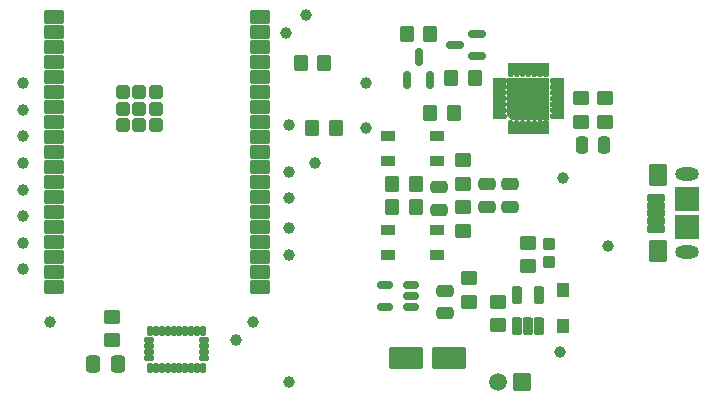
<source format=gbr>
%TF.GenerationSoftware,KiCad,Pcbnew,8.0.8-8.0.8-0~ubuntu24.04.1*%
%TF.CreationDate,2025-02-07T13:21:18-05:00*%
%TF.ProjectId,snowboard,736e6f77-626f-4617-9264-2e6b69636164,rev?*%
%TF.SameCoordinates,Original*%
%TF.FileFunction,Soldermask,Top*%
%TF.FilePolarity,Negative*%
%FSLAX46Y46*%
G04 Gerber Fmt 4.6, Leading zero omitted, Abs format (unit mm)*
G04 Created by KiCad (PCBNEW 8.0.8-8.0.8-0~ubuntu24.04.1) date 2025-02-07 13:21:18*
%MOMM*%
%LPD*%
G01*
G04 APERTURE LIST*
G04 Aperture macros list*
%AMRoundRect*
0 Rectangle with rounded corners*
0 $1 Rounding radius*
0 $2 $3 $4 $5 $6 $7 $8 $9 X,Y pos of 4 corners*
0 Add a 4 corners polygon primitive as box body*
4,1,4,$2,$3,$4,$5,$6,$7,$8,$9,$2,$3,0*
0 Add four circle primitives for the rounded corners*
1,1,$1+$1,$2,$3*
1,1,$1+$1,$4,$5*
1,1,$1+$1,$6,$7*
1,1,$1+$1,$8,$9*
0 Add four rect primitives between the rounded corners*
20,1,$1+$1,$2,$3,$4,$5,0*
20,1,$1+$1,$4,$5,$6,$7,0*
20,1,$1+$1,$6,$7,$8,$9,0*
20,1,$1+$1,$8,$9,$2,$3,0*%
G04 Aperture macros list end*
%ADD10C,0.010000*%
%ADD11RoundRect,0.250000X-0.450000X0.350000X-0.450000X-0.350000X0.450000X-0.350000X0.450000X0.350000X0*%
%ADD12RoundRect,0.150000X0.512500X0.150000X-0.512500X0.150000X-0.512500X-0.150000X0.512500X-0.150000X0*%
%ADD13RoundRect,0.250000X-0.250000X-0.475000X0.250000X-0.475000X0.250000X0.475000X-0.250000X0.475000X0*%
%ADD14RoundRect,0.250000X-0.350000X-0.450000X0.350000X-0.450000X0.350000X0.450000X-0.350000X0.450000X0*%
%ADD15C,1.000000*%
%ADD16RoundRect,0.102000X0.675000X-0.200000X0.675000X0.200000X-0.675000X0.200000X-0.675000X-0.200000X0*%
%ADD17RoundRect,0.102000X0.700000X-0.800000X0.700000X0.800000X-0.700000X0.800000X-0.700000X-0.800000X0*%
%ADD18RoundRect,0.102000X0.950000X-0.950000X0.950000X0.950000X-0.950000X0.950000X-0.950000X-0.950000X0*%
%ADD19O,2.004000X1.104000*%
%ADD20RoundRect,0.250000X0.475000X-0.250000X0.475000X0.250000X-0.475000X0.250000X-0.475000X-0.250000X0*%
%ADD21RoundRect,0.102000X-0.654000X-0.654000X0.654000X-0.654000X0.654000X0.654000X-0.654000X0.654000X0*%
%ADD22C,1.512000*%
%ADD23RoundRect,0.250000X0.337500X0.475000X-0.337500X0.475000X-0.337500X-0.475000X0.337500X-0.475000X0*%
%ADD24RoundRect,0.250000X0.350000X0.450000X-0.350000X0.450000X-0.350000X-0.450000X0.350000X-0.450000X0*%
%ADD25RoundRect,0.102000X0.525000X0.325000X-0.525000X0.325000X-0.525000X-0.325000X0.525000X-0.325000X0*%
%ADD26RoundRect,0.250000X0.450000X-0.350000X0.450000X0.350000X-0.450000X0.350000X-0.450000X-0.350000X0*%
%ADD27RoundRect,0.102000X-0.125000X-0.337500X0.125000X-0.337500X0.125000X0.337500X-0.125000X0.337500X0*%
%ADD28RoundRect,0.102000X-0.287500X-0.125000X0.287500X-0.125000X0.287500X0.125000X-0.287500X0.125000X0*%
%ADD29R,1.092200X1.143000*%
%ADD30RoundRect,0.102000X-0.400000X0.400000X-0.400000X-0.400000X0.400000X-0.400000X0.400000X0.400000X0*%
%ADD31RoundRect,0.150000X0.587500X0.150000X-0.587500X0.150000X-0.587500X-0.150000X0.587500X-0.150000X0*%
%ADD32RoundRect,0.150000X0.150000X-0.587500X0.150000X0.587500X-0.150000X0.587500X-0.150000X-0.587500X0*%
%ADD33RoundRect,0.102000X1.300000X0.800000X-1.300000X0.800000X-1.300000X-0.800000X1.300000X-0.800000X0*%
%ADD34RoundRect,0.102000X-0.450000X-0.450000X0.450000X-0.450000X0.450000X0.450000X-0.450000X0.450000X0*%
%ADD35RoundRect,0.102000X-0.750000X-0.450000X0.750000X-0.450000X0.750000X0.450000X-0.750000X0.450000X0*%
%ADD36RoundRect,0.102000X0.279400X-0.635000X0.279400X0.635000X-0.279400X0.635000X-0.279400X-0.635000X0*%
G04 APERTURE END LIST*
D10*
%TO.C,U2*%
X178985000Y-119235000D02*
X175797000Y-119235000D01*
X175515000Y-118953000D01*
X175515000Y-115765000D01*
X178985000Y-115765000D01*
X178985000Y-119235000D01*
G36*
X178985000Y-119235000D02*
G01*
X175797000Y-119235000D01*
X175515000Y-118953000D01*
X175515000Y-115765000D01*
X178985000Y-115765000D01*
X178985000Y-119235000D01*
G37*
X175197000Y-115791000D02*
X175208000Y-115793000D01*
X175219000Y-115795000D01*
X175229000Y-115797000D01*
X175240000Y-115800000D01*
X175250000Y-115803999D01*
X175260000Y-115808000D01*
X175270000Y-115812999D01*
X175280000Y-115818000D01*
X175289001Y-115824000D01*
X175298000Y-115830000D01*
X175307000Y-115837000D01*
X175316000Y-115844000D01*
X175323000Y-115852000D01*
X175331000Y-115859000D01*
X175338000Y-115868000D01*
X175345000Y-115877000D01*
X175351000Y-115886000D01*
X175356999Y-115895000D01*
X175362000Y-115905000D01*
X175367000Y-115915000D01*
X175371000Y-115925000D01*
X175375000Y-115935000D01*
X175378000Y-115946000D01*
X175380000Y-115956000D01*
X175382000Y-115967000D01*
X175384000Y-115978000D01*
X175385000Y-115989000D01*
X175385000Y-116000000D01*
X175385000Y-116011000D01*
X175384000Y-116022000D01*
X175382000Y-116033000D01*
X175380000Y-116044000D01*
X175378001Y-116054000D01*
X175375000Y-116065000D01*
X175371000Y-116075000D01*
X175367000Y-116085000D01*
X175361999Y-116095000D01*
X175357000Y-116105000D01*
X175351000Y-116114000D01*
X175345001Y-116123000D01*
X175338000Y-116132000D01*
X175331000Y-116141000D01*
X175323000Y-116148000D01*
X175316000Y-116156000D01*
X175307000Y-116163000D01*
X175298001Y-116170000D01*
X175289000Y-116176000D01*
X175280000Y-116182000D01*
X175270000Y-116187000D01*
X175260000Y-116192000D01*
X175250000Y-116196000D01*
X175240000Y-116200000D01*
X175229000Y-116203000D01*
X175219000Y-116205000D01*
X175208000Y-116207000D01*
X175197000Y-116209000D01*
X175186000Y-116210000D01*
X175175000Y-116210000D01*
X174315000Y-116210000D01*
X174315000Y-115790000D01*
X175175000Y-115790000D01*
X175186000Y-115790000D01*
X175197000Y-115791000D01*
G36*
X175197000Y-115791000D02*
G01*
X175208000Y-115793000D01*
X175219000Y-115795000D01*
X175229000Y-115797000D01*
X175240000Y-115800000D01*
X175250000Y-115803999D01*
X175260000Y-115808000D01*
X175270000Y-115812999D01*
X175280000Y-115818000D01*
X175289001Y-115824000D01*
X175298000Y-115830000D01*
X175307000Y-115837000D01*
X175316000Y-115844000D01*
X175323000Y-115852000D01*
X175331000Y-115859000D01*
X175338000Y-115868000D01*
X175345000Y-115877000D01*
X175351000Y-115886000D01*
X175356999Y-115895000D01*
X175362000Y-115905000D01*
X175367000Y-115915000D01*
X175371000Y-115925000D01*
X175375000Y-115935000D01*
X175378000Y-115946000D01*
X175380000Y-115956000D01*
X175382000Y-115967000D01*
X175384000Y-115978000D01*
X175385000Y-115989000D01*
X175385000Y-116000000D01*
X175385000Y-116011000D01*
X175384000Y-116022000D01*
X175382000Y-116033000D01*
X175380000Y-116044000D01*
X175378001Y-116054000D01*
X175375000Y-116065000D01*
X175371000Y-116075000D01*
X175367000Y-116085000D01*
X175361999Y-116095000D01*
X175357000Y-116105000D01*
X175351000Y-116114000D01*
X175345001Y-116123000D01*
X175338000Y-116132000D01*
X175331000Y-116141000D01*
X175323000Y-116148000D01*
X175316000Y-116156000D01*
X175307000Y-116163000D01*
X175298001Y-116170000D01*
X175289000Y-116176000D01*
X175280000Y-116182000D01*
X175270000Y-116187000D01*
X175260000Y-116192000D01*
X175250000Y-116196000D01*
X175240000Y-116200000D01*
X175229000Y-116203000D01*
X175219000Y-116205000D01*
X175208000Y-116207000D01*
X175197000Y-116209000D01*
X175186000Y-116210000D01*
X175175000Y-116210000D01*
X174315000Y-116210000D01*
X174315000Y-115790000D01*
X175175000Y-115790000D01*
X175186000Y-115790000D01*
X175197000Y-115791000D01*
G37*
X175197000Y-116291000D02*
X175208000Y-116293000D01*
X175219000Y-116295000D01*
X175229000Y-116297000D01*
X175240000Y-116299999D01*
X175250000Y-116304000D01*
X175260000Y-116308000D01*
X175270000Y-116313000D01*
X175280000Y-116318000D01*
X175289000Y-116324000D01*
X175298000Y-116330001D01*
X175307000Y-116337000D01*
X175316000Y-116344000D01*
X175323000Y-116352000D01*
X175331000Y-116359000D01*
X175338000Y-116368000D01*
X175345000Y-116377001D01*
X175351000Y-116386000D01*
X175357000Y-116395000D01*
X175361999Y-116405000D01*
X175367000Y-116415000D01*
X175371000Y-116425000D01*
X175375000Y-116435000D01*
X175378001Y-116446000D01*
X175380000Y-116456000D01*
X175382000Y-116467000D01*
X175384000Y-116478000D01*
X175385000Y-116489000D01*
X175385000Y-116500000D01*
X175385000Y-116511000D01*
X175384000Y-116522000D01*
X175382000Y-116533000D01*
X175380000Y-116544000D01*
X175378000Y-116554000D01*
X175375000Y-116565000D01*
X175371000Y-116575000D01*
X175367000Y-116585000D01*
X175362000Y-116595000D01*
X175356999Y-116605000D01*
X175351000Y-116614000D01*
X175345000Y-116623000D01*
X175338000Y-116632000D01*
X175331000Y-116641000D01*
X175323000Y-116648000D01*
X175316000Y-116655999D01*
X175307000Y-116663000D01*
X175298000Y-116670000D01*
X175289001Y-116676000D01*
X175280000Y-116682000D01*
X175270000Y-116687000D01*
X175260000Y-116692000D01*
X175250000Y-116696000D01*
X175240000Y-116700000D01*
X175229000Y-116703000D01*
X175219000Y-116705000D01*
X175208000Y-116707000D01*
X175197000Y-116709000D01*
X175186000Y-116710000D01*
X175175000Y-116710000D01*
X174315000Y-116710000D01*
X174315000Y-116290000D01*
X175175000Y-116290000D01*
X175186000Y-116290000D01*
X175197000Y-116291000D01*
G36*
X175197000Y-116291000D02*
G01*
X175208000Y-116293000D01*
X175219000Y-116295000D01*
X175229000Y-116297000D01*
X175240000Y-116299999D01*
X175250000Y-116304000D01*
X175260000Y-116308000D01*
X175270000Y-116313000D01*
X175280000Y-116318000D01*
X175289000Y-116324000D01*
X175298000Y-116330001D01*
X175307000Y-116337000D01*
X175316000Y-116344000D01*
X175323000Y-116352000D01*
X175331000Y-116359000D01*
X175338000Y-116368000D01*
X175345000Y-116377001D01*
X175351000Y-116386000D01*
X175357000Y-116395000D01*
X175361999Y-116405000D01*
X175367000Y-116415000D01*
X175371000Y-116425000D01*
X175375000Y-116435000D01*
X175378001Y-116446000D01*
X175380000Y-116456000D01*
X175382000Y-116467000D01*
X175384000Y-116478000D01*
X175385000Y-116489000D01*
X175385000Y-116500000D01*
X175385000Y-116511000D01*
X175384000Y-116522000D01*
X175382000Y-116533000D01*
X175380000Y-116544000D01*
X175378000Y-116554000D01*
X175375000Y-116565000D01*
X175371000Y-116575000D01*
X175367000Y-116585000D01*
X175362000Y-116595000D01*
X175356999Y-116605000D01*
X175351000Y-116614000D01*
X175345000Y-116623000D01*
X175338000Y-116632000D01*
X175331000Y-116641000D01*
X175323000Y-116648000D01*
X175316000Y-116655999D01*
X175307000Y-116663000D01*
X175298000Y-116670000D01*
X175289001Y-116676000D01*
X175280000Y-116682000D01*
X175270000Y-116687000D01*
X175260000Y-116692000D01*
X175250000Y-116696000D01*
X175240000Y-116700000D01*
X175229000Y-116703000D01*
X175219000Y-116705000D01*
X175208000Y-116707000D01*
X175197000Y-116709000D01*
X175186000Y-116710000D01*
X175175000Y-116710000D01*
X174315000Y-116710000D01*
X174315000Y-116290000D01*
X175175000Y-116290000D01*
X175186000Y-116290000D01*
X175197000Y-116291000D01*
G37*
X175197000Y-116791000D02*
X175207999Y-116793000D01*
X175219000Y-116795000D01*
X175229000Y-116797000D01*
X175240000Y-116800000D01*
X175250000Y-116804000D01*
X175260000Y-116808001D01*
X175270000Y-116813000D01*
X175280000Y-116818000D01*
X175289000Y-116824000D01*
X175298000Y-116830000D01*
X175307000Y-116837000D01*
X175316000Y-116843999D01*
X175323000Y-116852000D01*
X175331001Y-116859000D01*
X175338000Y-116868000D01*
X175345000Y-116877000D01*
X175351000Y-116886000D01*
X175356999Y-116895000D01*
X175362000Y-116905000D01*
X175366999Y-116915000D01*
X175371000Y-116925000D01*
X175375000Y-116935000D01*
X175378000Y-116946000D01*
X175380000Y-116956000D01*
X175382000Y-116967001D01*
X175384000Y-116978000D01*
X175385000Y-116989000D01*
X175385000Y-117000000D01*
X175385000Y-117011000D01*
X175384000Y-117022000D01*
X175382000Y-117033001D01*
X175380000Y-117044000D01*
X175378000Y-117053999D01*
X175375000Y-117065000D01*
X175371000Y-117075000D01*
X175367000Y-117085000D01*
X175362000Y-117095000D01*
X175357000Y-117105000D01*
X175351000Y-117114000D01*
X175345000Y-117123000D01*
X175338000Y-117132000D01*
X175331000Y-117141000D01*
X175323000Y-117148000D01*
X175316000Y-117156000D01*
X175307001Y-117163000D01*
X175298000Y-117170000D01*
X175289000Y-117176000D01*
X175280001Y-117182000D01*
X175270000Y-117187000D01*
X175260000Y-117192001D01*
X175250000Y-117196000D01*
X175239999Y-117200000D01*
X175229000Y-117203000D01*
X175219001Y-117205000D01*
X175208000Y-117207000D01*
X175197000Y-117209000D01*
X175186001Y-117210000D01*
X175174999Y-117210000D01*
X174315001Y-117210000D01*
X174315000Y-116790000D01*
X175175000Y-116790000D01*
X175186000Y-116790000D01*
X175197000Y-116791000D01*
G36*
X175197000Y-116791000D02*
G01*
X175207999Y-116793000D01*
X175219000Y-116795000D01*
X175229000Y-116797000D01*
X175240000Y-116800000D01*
X175250000Y-116804000D01*
X175260000Y-116808001D01*
X175270000Y-116813000D01*
X175280000Y-116818000D01*
X175289000Y-116824000D01*
X175298000Y-116830000D01*
X175307000Y-116837000D01*
X175316000Y-116843999D01*
X175323000Y-116852000D01*
X175331001Y-116859000D01*
X175338000Y-116868000D01*
X175345000Y-116877000D01*
X175351000Y-116886000D01*
X175356999Y-116895000D01*
X175362000Y-116905000D01*
X175366999Y-116915000D01*
X175371000Y-116925000D01*
X175375000Y-116935000D01*
X175378000Y-116946000D01*
X175380000Y-116956000D01*
X175382000Y-116967001D01*
X175384000Y-116978000D01*
X175385000Y-116989000D01*
X175385000Y-117000000D01*
X175385000Y-117011000D01*
X175384000Y-117022000D01*
X175382000Y-117033001D01*
X175380000Y-117044000D01*
X175378000Y-117053999D01*
X175375000Y-117065000D01*
X175371000Y-117075000D01*
X175367000Y-117085000D01*
X175362000Y-117095000D01*
X175357000Y-117105000D01*
X175351000Y-117114000D01*
X175345000Y-117123000D01*
X175338000Y-117132000D01*
X175331000Y-117141000D01*
X175323000Y-117148000D01*
X175316000Y-117156000D01*
X175307001Y-117163000D01*
X175298000Y-117170000D01*
X175289000Y-117176000D01*
X175280001Y-117182000D01*
X175270000Y-117187000D01*
X175260000Y-117192001D01*
X175250000Y-117196000D01*
X175239999Y-117200000D01*
X175229000Y-117203000D01*
X175219001Y-117205000D01*
X175208000Y-117207000D01*
X175197000Y-117209000D01*
X175186001Y-117210000D01*
X175174999Y-117210000D01*
X174315001Y-117210000D01*
X174315000Y-116790000D01*
X175175000Y-116790000D01*
X175186000Y-116790000D01*
X175197000Y-116791000D01*
G37*
X175197000Y-117291000D02*
X175208000Y-117293000D01*
X175219000Y-117295000D01*
X175229000Y-117297000D01*
X175240000Y-117300000D01*
X175250000Y-117304001D01*
X175260000Y-117308000D01*
X175270001Y-117313000D01*
X175280000Y-117318000D01*
X175289000Y-117324000D01*
X175298000Y-117330000D01*
X175307000Y-117337000D01*
X175316000Y-117344000D01*
X175323000Y-117352000D01*
X175331000Y-117359000D01*
X175338000Y-117368000D01*
X175345000Y-117376999D01*
X175351000Y-117386000D01*
X175357000Y-117395000D01*
X175362000Y-117404999D01*
X175367000Y-117415000D01*
X175370999Y-117425000D01*
X175375000Y-117435000D01*
X175378000Y-117446000D01*
X175380000Y-117456000D01*
X175382000Y-117467000D01*
X175384000Y-117478000D01*
X175385000Y-117489000D01*
X175385000Y-117500000D01*
X175385000Y-117511000D01*
X175384000Y-117522000D01*
X175382000Y-117533000D01*
X175380000Y-117544000D01*
X175378000Y-117554000D01*
X175375000Y-117565000D01*
X175370999Y-117575000D01*
X175367000Y-117585000D01*
X175362000Y-117595001D01*
X175357000Y-117605000D01*
X175351000Y-117614000D01*
X175345000Y-117623001D01*
X175338000Y-117632000D01*
X175331000Y-117641000D01*
X175323000Y-117648000D01*
X175316000Y-117656000D01*
X175307000Y-117663000D01*
X175298000Y-117670000D01*
X175289000Y-117676000D01*
X175280000Y-117682000D01*
X175270001Y-117687000D01*
X175260000Y-117692000D01*
X175250000Y-117695999D01*
X175240000Y-117700000D01*
X175229000Y-117703000D01*
X175219000Y-117705000D01*
X175208000Y-117707000D01*
X175197000Y-117709000D01*
X175186000Y-117710000D01*
X175175000Y-117710000D01*
X174315000Y-117710000D01*
X174315000Y-117290000D01*
X175175000Y-117290000D01*
X175186000Y-117290000D01*
X175197000Y-117291000D01*
G36*
X175197000Y-117291000D02*
G01*
X175208000Y-117293000D01*
X175219000Y-117295000D01*
X175229000Y-117297000D01*
X175240000Y-117300000D01*
X175250000Y-117304001D01*
X175260000Y-117308000D01*
X175270001Y-117313000D01*
X175280000Y-117318000D01*
X175289000Y-117324000D01*
X175298000Y-117330000D01*
X175307000Y-117337000D01*
X175316000Y-117344000D01*
X175323000Y-117352000D01*
X175331000Y-117359000D01*
X175338000Y-117368000D01*
X175345000Y-117376999D01*
X175351000Y-117386000D01*
X175357000Y-117395000D01*
X175362000Y-117404999D01*
X175367000Y-117415000D01*
X175370999Y-117425000D01*
X175375000Y-117435000D01*
X175378000Y-117446000D01*
X175380000Y-117456000D01*
X175382000Y-117467000D01*
X175384000Y-117478000D01*
X175385000Y-117489000D01*
X175385000Y-117500000D01*
X175385000Y-117511000D01*
X175384000Y-117522000D01*
X175382000Y-117533000D01*
X175380000Y-117544000D01*
X175378000Y-117554000D01*
X175375000Y-117565000D01*
X175370999Y-117575000D01*
X175367000Y-117585000D01*
X175362000Y-117595001D01*
X175357000Y-117605000D01*
X175351000Y-117614000D01*
X175345000Y-117623001D01*
X175338000Y-117632000D01*
X175331000Y-117641000D01*
X175323000Y-117648000D01*
X175316000Y-117656000D01*
X175307000Y-117663000D01*
X175298000Y-117670000D01*
X175289000Y-117676000D01*
X175280000Y-117682000D01*
X175270001Y-117687000D01*
X175260000Y-117692000D01*
X175250000Y-117695999D01*
X175240000Y-117700000D01*
X175229000Y-117703000D01*
X175219000Y-117705000D01*
X175208000Y-117707000D01*
X175197000Y-117709000D01*
X175186000Y-117710000D01*
X175175000Y-117710000D01*
X174315000Y-117710000D01*
X174315000Y-117290000D01*
X175175000Y-117290000D01*
X175186000Y-117290000D01*
X175197000Y-117291000D01*
G37*
X175197000Y-118291000D02*
X175208000Y-118293000D01*
X175219000Y-118295000D01*
X175229000Y-118297000D01*
X175240000Y-118300000D01*
X175250000Y-118304000D01*
X175260000Y-118308000D01*
X175270000Y-118313000D01*
X175280000Y-118318000D01*
X175289001Y-118324000D01*
X175298000Y-118330000D01*
X175307000Y-118337000D01*
X175316000Y-118344001D01*
X175323000Y-118352000D01*
X175331000Y-118359000D01*
X175338000Y-118368000D01*
X175345000Y-118377000D01*
X175351000Y-118386000D01*
X175356999Y-118395000D01*
X175362000Y-118405000D01*
X175367000Y-118415000D01*
X175371000Y-118425000D01*
X175375000Y-118435000D01*
X175378000Y-118446000D01*
X175380000Y-118456000D01*
X175382000Y-118467000D01*
X175384000Y-118478000D01*
X175385000Y-118489000D01*
X175385000Y-118500000D01*
X175385000Y-118511000D01*
X175384000Y-118522000D01*
X175382000Y-118533000D01*
X175380000Y-118544000D01*
X175378001Y-118554000D01*
X175375000Y-118565000D01*
X175371000Y-118575000D01*
X175367000Y-118585000D01*
X175361999Y-118595000D01*
X175357000Y-118605000D01*
X175351000Y-118614000D01*
X175345000Y-118622999D01*
X175338000Y-118632000D01*
X175331000Y-118641000D01*
X175323000Y-118648000D01*
X175316000Y-118656000D01*
X175307000Y-118663000D01*
X175298000Y-118669999D01*
X175289000Y-118676000D01*
X175280000Y-118682000D01*
X175270000Y-118687000D01*
X175260000Y-118692000D01*
X175250000Y-118696000D01*
X175240000Y-118700001D01*
X175229000Y-118703000D01*
X175219000Y-118705000D01*
X175208000Y-118707000D01*
X175197000Y-118709000D01*
X175186000Y-118710000D01*
X175175000Y-118710000D01*
X174315000Y-118710000D01*
X174315000Y-118290000D01*
X175175000Y-118290000D01*
X175186000Y-118290000D01*
X175197000Y-118291000D01*
G36*
X175197000Y-118291000D02*
G01*
X175208000Y-118293000D01*
X175219000Y-118295000D01*
X175229000Y-118297000D01*
X175240000Y-118300000D01*
X175250000Y-118304000D01*
X175260000Y-118308000D01*
X175270000Y-118313000D01*
X175280000Y-118318000D01*
X175289001Y-118324000D01*
X175298000Y-118330000D01*
X175307000Y-118337000D01*
X175316000Y-118344001D01*
X175323000Y-118352000D01*
X175331000Y-118359000D01*
X175338000Y-118368000D01*
X175345000Y-118377000D01*
X175351000Y-118386000D01*
X175356999Y-118395000D01*
X175362000Y-118405000D01*
X175367000Y-118415000D01*
X175371000Y-118425000D01*
X175375000Y-118435000D01*
X175378000Y-118446000D01*
X175380000Y-118456000D01*
X175382000Y-118467000D01*
X175384000Y-118478000D01*
X175385000Y-118489000D01*
X175385000Y-118500000D01*
X175385000Y-118511000D01*
X175384000Y-118522000D01*
X175382000Y-118533000D01*
X175380000Y-118544000D01*
X175378001Y-118554000D01*
X175375000Y-118565000D01*
X175371000Y-118575000D01*
X175367000Y-118585000D01*
X175361999Y-118595000D01*
X175357000Y-118605000D01*
X175351000Y-118614000D01*
X175345000Y-118622999D01*
X175338000Y-118632000D01*
X175331000Y-118641000D01*
X175323000Y-118648000D01*
X175316000Y-118656000D01*
X175307000Y-118663000D01*
X175298000Y-118669999D01*
X175289000Y-118676000D01*
X175280000Y-118682000D01*
X175270000Y-118687000D01*
X175260000Y-118692000D01*
X175250000Y-118696000D01*
X175240000Y-118700001D01*
X175229000Y-118703000D01*
X175219000Y-118705000D01*
X175208000Y-118707000D01*
X175197000Y-118709000D01*
X175186000Y-118710000D01*
X175175000Y-118710000D01*
X174315000Y-118710000D01*
X174315000Y-118290000D01*
X175175000Y-118290000D01*
X175186000Y-118290000D01*
X175197000Y-118291000D01*
G37*
X175197000Y-118791000D02*
X175208000Y-118793000D01*
X175219000Y-118795000D01*
X175229000Y-118797000D01*
X175240000Y-118800000D01*
X175250000Y-118804000D01*
X175260000Y-118808000D01*
X175270000Y-118813000D01*
X175280000Y-118818000D01*
X175289000Y-118824000D01*
X175298001Y-118830000D01*
X175307000Y-118837000D01*
X175316000Y-118844000D01*
X175323000Y-118852000D01*
X175331000Y-118859000D01*
X175338000Y-118868000D01*
X175345001Y-118877000D01*
X175351000Y-118886000D01*
X175357000Y-118895000D01*
X175361999Y-118905000D01*
X175367000Y-118915000D01*
X175371000Y-118925000D01*
X175375000Y-118935000D01*
X175378001Y-118946000D01*
X175380000Y-118956000D01*
X175382000Y-118967000D01*
X175384000Y-118978000D01*
X175385000Y-118989000D01*
X175385000Y-119000000D01*
X175385000Y-119011000D01*
X175384000Y-119022000D01*
X175382000Y-119033000D01*
X175380000Y-119044000D01*
X175378000Y-119054000D01*
X175375000Y-119065000D01*
X175371000Y-119075000D01*
X175367000Y-119085000D01*
X175362000Y-119095000D01*
X175356999Y-119105000D01*
X175351000Y-119114000D01*
X175345000Y-119123000D01*
X175338000Y-119132000D01*
X175331000Y-119141000D01*
X175323000Y-119148000D01*
X175316000Y-119156000D01*
X175307000Y-119163000D01*
X175298000Y-119170000D01*
X175289001Y-119176000D01*
X175280000Y-119182000D01*
X175270000Y-119187001D01*
X175260000Y-119192000D01*
X175250000Y-119196001D01*
X175240000Y-119200000D01*
X175229000Y-119203000D01*
X175219000Y-119205000D01*
X175208000Y-119207000D01*
X175197000Y-119209000D01*
X175186000Y-119210000D01*
X175175000Y-119210000D01*
X174315000Y-119210000D01*
X174315000Y-118790000D01*
X175175000Y-118790000D01*
X175186000Y-118790000D01*
X175197000Y-118791000D01*
G36*
X175197000Y-118791000D02*
G01*
X175208000Y-118793000D01*
X175219000Y-118795000D01*
X175229000Y-118797000D01*
X175240000Y-118800000D01*
X175250000Y-118804000D01*
X175260000Y-118808000D01*
X175270000Y-118813000D01*
X175280000Y-118818000D01*
X175289000Y-118824000D01*
X175298001Y-118830000D01*
X175307000Y-118837000D01*
X175316000Y-118844000D01*
X175323000Y-118852000D01*
X175331000Y-118859000D01*
X175338000Y-118868000D01*
X175345001Y-118877000D01*
X175351000Y-118886000D01*
X175357000Y-118895000D01*
X175361999Y-118905000D01*
X175367000Y-118915000D01*
X175371000Y-118925000D01*
X175375000Y-118935000D01*
X175378001Y-118946000D01*
X175380000Y-118956000D01*
X175382000Y-118967000D01*
X175384000Y-118978000D01*
X175385000Y-118989000D01*
X175385000Y-119000000D01*
X175385000Y-119011000D01*
X175384000Y-119022000D01*
X175382000Y-119033000D01*
X175380000Y-119044000D01*
X175378000Y-119054000D01*
X175375000Y-119065000D01*
X175371000Y-119075000D01*
X175367000Y-119085000D01*
X175362000Y-119095000D01*
X175356999Y-119105000D01*
X175351000Y-119114000D01*
X175345000Y-119123000D01*
X175338000Y-119132000D01*
X175331000Y-119141000D01*
X175323000Y-119148000D01*
X175316000Y-119156000D01*
X175307000Y-119163000D01*
X175298000Y-119170000D01*
X175289001Y-119176000D01*
X175280000Y-119182000D01*
X175270000Y-119187001D01*
X175260000Y-119192000D01*
X175250000Y-119196001D01*
X175240000Y-119200000D01*
X175229000Y-119203000D01*
X175219000Y-119205000D01*
X175208000Y-119207000D01*
X175197000Y-119209000D01*
X175186000Y-119210000D01*
X175175000Y-119210000D01*
X174315000Y-119210000D01*
X174315000Y-118790000D01*
X175175000Y-118790000D01*
X175186000Y-118790000D01*
X175197000Y-118791000D01*
G37*
X175197000Y-117791000D02*
X175208000Y-117793000D01*
X175219001Y-117795000D01*
X175229000Y-117797000D01*
X175239999Y-117800000D01*
X175250000Y-117804000D01*
X175260000Y-117807999D01*
X175270000Y-117813000D01*
X175280001Y-117818000D01*
X175289000Y-117824000D01*
X175298000Y-117830000D01*
X175307001Y-117837000D01*
X175316000Y-117844000D01*
X175323000Y-117852000D01*
X175331000Y-117859000D01*
X175338000Y-117868000D01*
X175345000Y-117877000D01*
X175351000Y-117886000D01*
X175357000Y-117895000D01*
X175362000Y-117905000D01*
X175367000Y-117915000D01*
X175371000Y-117925000D01*
X175375000Y-117935000D01*
X175378000Y-117946001D01*
X175380000Y-117956000D01*
X175382000Y-117966999D01*
X175384000Y-117978000D01*
X175385000Y-117989000D01*
X175385000Y-118000000D01*
X175385000Y-118011000D01*
X175384000Y-118022000D01*
X175382000Y-118032999D01*
X175380000Y-118044000D01*
X175378000Y-118054000D01*
X175375000Y-118065000D01*
X175371000Y-118075000D01*
X175366999Y-118085000D01*
X175362000Y-118095000D01*
X175356999Y-118105000D01*
X175351000Y-118114000D01*
X175345000Y-118123000D01*
X175338000Y-118132000D01*
X175331001Y-118141000D01*
X175323000Y-118148000D01*
X175316000Y-118156001D01*
X175307000Y-118163000D01*
X175298000Y-118170000D01*
X175289000Y-118176000D01*
X175280000Y-118182000D01*
X175270000Y-118187000D01*
X175260000Y-118191999D01*
X175250000Y-118196000D01*
X175240000Y-118200000D01*
X175229000Y-118203000D01*
X175219000Y-118205000D01*
X175207999Y-118207000D01*
X175197000Y-118209000D01*
X175186000Y-118210000D01*
X175175000Y-118210000D01*
X174315000Y-118210000D01*
X174315001Y-117790000D01*
X175174999Y-117790000D01*
X175186001Y-117790000D01*
X175197000Y-117791000D01*
G36*
X175197000Y-117791000D02*
G01*
X175208000Y-117793000D01*
X175219001Y-117795000D01*
X175229000Y-117797000D01*
X175239999Y-117800000D01*
X175250000Y-117804000D01*
X175260000Y-117807999D01*
X175270000Y-117813000D01*
X175280001Y-117818000D01*
X175289000Y-117824000D01*
X175298000Y-117830000D01*
X175307001Y-117837000D01*
X175316000Y-117844000D01*
X175323000Y-117852000D01*
X175331000Y-117859000D01*
X175338000Y-117868000D01*
X175345000Y-117877000D01*
X175351000Y-117886000D01*
X175357000Y-117895000D01*
X175362000Y-117905000D01*
X175367000Y-117915000D01*
X175371000Y-117925000D01*
X175375000Y-117935000D01*
X175378000Y-117946001D01*
X175380000Y-117956000D01*
X175382000Y-117966999D01*
X175384000Y-117978000D01*
X175385000Y-117989000D01*
X175385000Y-118000000D01*
X175385000Y-118011000D01*
X175384000Y-118022000D01*
X175382000Y-118032999D01*
X175380000Y-118044000D01*
X175378000Y-118054000D01*
X175375000Y-118065000D01*
X175371000Y-118075000D01*
X175366999Y-118085000D01*
X175362000Y-118095000D01*
X175356999Y-118105000D01*
X175351000Y-118114000D01*
X175345000Y-118123000D01*
X175338000Y-118132000D01*
X175331001Y-118141000D01*
X175323000Y-118148000D01*
X175316000Y-118156001D01*
X175307000Y-118163000D01*
X175298000Y-118170000D01*
X175289000Y-118176000D01*
X175280000Y-118182000D01*
X175270000Y-118187000D01*
X175260000Y-118191999D01*
X175250000Y-118196000D01*
X175240000Y-118200000D01*
X175229000Y-118203000D01*
X175219000Y-118205000D01*
X175207999Y-118207000D01*
X175197000Y-118209000D01*
X175186000Y-118210000D01*
X175175000Y-118210000D01*
X174315000Y-118210000D01*
X174315001Y-117790000D01*
X175174999Y-117790000D01*
X175186001Y-117790000D01*
X175197000Y-117791000D01*
G37*
X175772000Y-119366000D02*
X175783000Y-119368000D01*
X175794000Y-119370000D01*
X175804000Y-119371999D01*
X175815000Y-119375000D01*
X175825000Y-119379000D01*
X175835000Y-119383000D01*
X175845000Y-119388001D01*
X175855000Y-119393000D01*
X175864000Y-119399000D01*
X175873000Y-119404999D01*
X175882000Y-119412000D01*
X175891000Y-119419000D01*
X175898000Y-119427000D01*
X175906000Y-119434000D01*
X175913000Y-119443000D01*
X175920000Y-119451999D01*
X175926000Y-119461000D01*
X175932000Y-119470000D01*
X175937000Y-119480000D01*
X175942000Y-119490000D01*
X175946000Y-119500000D01*
X175950000Y-119510000D01*
X175953000Y-119521000D01*
X175955000Y-119531000D01*
X175957000Y-119542000D01*
X175959000Y-119553000D01*
X175960000Y-119564000D01*
X175960000Y-119575000D01*
X175960000Y-120435000D01*
X175540000Y-120435000D01*
X175540000Y-119575000D01*
X175540000Y-119564000D01*
X175541000Y-119553000D01*
X175543000Y-119542000D01*
X175545000Y-119531000D01*
X175547000Y-119521000D01*
X175550000Y-119510000D01*
X175553999Y-119500000D01*
X175558000Y-119490000D01*
X175562999Y-119480000D01*
X175568000Y-119470000D01*
X175574000Y-119460999D01*
X175580000Y-119452000D01*
X175587000Y-119443000D01*
X175594000Y-119434000D01*
X175602000Y-119427000D01*
X175609000Y-119419000D01*
X175618000Y-119412000D01*
X175627000Y-119405000D01*
X175636000Y-119399000D01*
X175645000Y-119393001D01*
X175655000Y-119388000D01*
X175665000Y-119383000D01*
X175675000Y-119379000D01*
X175685000Y-119375000D01*
X175696000Y-119372000D01*
X175706000Y-119370000D01*
X175717000Y-119368000D01*
X175728000Y-119366000D01*
X175739000Y-119365000D01*
X175750000Y-119365000D01*
X175761000Y-119365000D01*
X175772000Y-119366000D01*
G36*
X175772000Y-119366000D02*
G01*
X175783000Y-119368000D01*
X175794000Y-119370000D01*
X175804000Y-119371999D01*
X175815000Y-119375000D01*
X175825000Y-119379000D01*
X175835000Y-119383000D01*
X175845000Y-119388001D01*
X175855000Y-119393000D01*
X175864000Y-119399000D01*
X175873000Y-119404999D01*
X175882000Y-119412000D01*
X175891000Y-119419000D01*
X175898000Y-119427000D01*
X175906000Y-119434000D01*
X175913000Y-119443000D01*
X175920000Y-119451999D01*
X175926000Y-119461000D01*
X175932000Y-119470000D01*
X175937000Y-119480000D01*
X175942000Y-119490000D01*
X175946000Y-119500000D01*
X175950000Y-119510000D01*
X175953000Y-119521000D01*
X175955000Y-119531000D01*
X175957000Y-119542000D01*
X175959000Y-119553000D01*
X175960000Y-119564000D01*
X175960000Y-119575000D01*
X175960000Y-120435000D01*
X175540000Y-120435000D01*
X175540000Y-119575000D01*
X175540000Y-119564000D01*
X175541000Y-119553000D01*
X175543000Y-119542000D01*
X175545000Y-119531000D01*
X175547000Y-119521000D01*
X175550000Y-119510000D01*
X175553999Y-119500000D01*
X175558000Y-119490000D01*
X175562999Y-119480000D01*
X175568000Y-119470000D01*
X175574000Y-119460999D01*
X175580000Y-119452000D01*
X175587000Y-119443000D01*
X175594000Y-119434000D01*
X175602000Y-119427000D01*
X175609000Y-119419000D01*
X175618000Y-119412000D01*
X175627000Y-119405000D01*
X175636000Y-119399000D01*
X175645000Y-119393001D01*
X175655000Y-119388000D01*
X175665000Y-119383000D01*
X175675000Y-119379000D01*
X175685000Y-119375000D01*
X175696000Y-119372000D01*
X175706000Y-119370000D01*
X175717000Y-119368000D01*
X175728000Y-119366000D01*
X175739000Y-119365000D01*
X175750000Y-119365000D01*
X175761000Y-119365000D01*
X175772000Y-119366000D01*
G37*
X175960000Y-115425000D02*
X175960000Y-115436000D01*
X175959000Y-115447000D01*
X175957000Y-115458000D01*
X175955000Y-115469000D01*
X175953000Y-115479000D01*
X175950000Y-115490000D01*
X175946000Y-115500000D01*
X175942000Y-115510000D01*
X175937000Y-115520000D01*
X175932000Y-115530000D01*
X175926000Y-115539000D01*
X175920000Y-115548001D01*
X175913000Y-115557000D01*
X175906000Y-115566000D01*
X175898000Y-115573000D01*
X175891000Y-115581000D01*
X175882000Y-115588000D01*
X175873000Y-115595001D01*
X175864000Y-115601000D01*
X175855000Y-115607000D01*
X175845000Y-115611999D01*
X175835000Y-115617000D01*
X175825000Y-115621000D01*
X175815000Y-115625000D01*
X175804000Y-115628001D01*
X175794000Y-115630000D01*
X175783000Y-115632000D01*
X175772000Y-115634000D01*
X175761000Y-115635000D01*
X175750000Y-115635000D01*
X175739000Y-115635000D01*
X175728000Y-115634000D01*
X175717000Y-115632000D01*
X175706000Y-115630000D01*
X175696000Y-115628000D01*
X175685000Y-115625000D01*
X175675000Y-115621000D01*
X175665000Y-115617000D01*
X175655000Y-115612000D01*
X175645000Y-115606999D01*
X175636000Y-115601000D01*
X175627000Y-115595000D01*
X175618000Y-115588000D01*
X175609000Y-115581000D01*
X175602000Y-115573000D01*
X175594000Y-115566000D01*
X175587000Y-115557000D01*
X175580000Y-115548000D01*
X175574000Y-115539001D01*
X175568000Y-115530000D01*
X175562999Y-115520000D01*
X175558000Y-115510000D01*
X175553999Y-115500000D01*
X175550000Y-115490000D01*
X175547000Y-115479000D01*
X175545000Y-115469000D01*
X175543000Y-115458000D01*
X175541000Y-115447000D01*
X175540000Y-115436000D01*
X175540000Y-115425000D01*
X175540000Y-114565000D01*
X175960000Y-114565000D01*
X175960000Y-115425000D01*
G36*
X175960000Y-115425000D02*
G01*
X175960000Y-115436000D01*
X175959000Y-115447000D01*
X175957000Y-115458000D01*
X175955000Y-115469000D01*
X175953000Y-115479000D01*
X175950000Y-115490000D01*
X175946000Y-115500000D01*
X175942000Y-115510000D01*
X175937000Y-115520000D01*
X175932000Y-115530000D01*
X175926000Y-115539000D01*
X175920000Y-115548001D01*
X175913000Y-115557000D01*
X175906000Y-115566000D01*
X175898000Y-115573000D01*
X175891000Y-115581000D01*
X175882000Y-115588000D01*
X175873000Y-115595001D01*
X175864000Y-115601000D01*
X175855000Y-115607000D01*
X175845000Y-115611999D01*
X175835000Y-115617000D01*
X175825000Y-115621000D01*
X175815000Y-115625000D01*
X175804000Y-115628001D01*
X175794000Y-115630000D01*
X175783000Y-115632000D01*
X175772000Y-115634000D01*
X175761000Y-115635000D01*
X175750000Y-115635000D01*
X175739000Y-115635000D01*
X175728000Y-115634000D01*
X175717000Y-115632000D01*
X175706000Y-115630000D01*
X175696000Y-115628000D01*
X175685000Y-115625000D01*
X175675000Y-115621000D01*
X175665000Y-115617000D01*
X175655000Y-115612000D01*
X175645000Y-115606999D01*
X175636000Y-115601000D01*
X175627000Y-115595000D01*
X175618000Y-115588000D01*
X175609000Y-115581000D01*
X175602000Y-115573000D01*
X175594000Y-115566000D01*
X175587000Y-115557000D01*
X175580000Y-115548000D01*
X175574000Y-115539001D01*
X175568000Y-115530000D01*
X175562999Y-115520000D01*
X175558000Y-115510000D01*
X175553999Y-115500000D01*
X175550000Y-115490000D01*
X175547000Y-115479000D01*
X175545000Y-115469000D01*
X175543000Y-115458000D01*
X175541000Y-115447000D01*
X175540000Y-115436000D01*
X175540000Y-115425000D01*
X175540000Y-114565000D01*
X175960000Y-114565000D01*
X175960000Y-115425000D01*
G37*
X176272000Y-119366000D02*
X176283000Y-119368000D01*
X176294000Y-119370000D01*
X176304000Y-119372000D01*
X176315000Y-119375000D01*
X176325000Y-119379000D01*
X176335000Y-119383000D01*
X176345000Y-119388000D01*
X176355000Y-119393001D01*
X176364000Y-119399000D01*
X176373000Y-119405000D01*
X176382000Y-119412000D01*
X176391000Y-119419000D01*
X176398000Y-119427000D01*
X176405999Y-119434000D01*
X176413000Y-119443000D01*
X176420000Y-119452000D01*
X176426000Y-119460999D01*
X176432000Y-119470000D01*
X176437000Y-119480000D01*
X176442000Y-119490000D01*
X176446000Y-119500000D01*
X176450000Y-119510000D01*
X176453000Y-119521000D01*
X176455000Y-119531000D01*
X176457000Y-119542000D01*
X176459000Y-119553000D01*
X176460000Y-119564000D01*
X176460000Y-119575000D01*
X176460000Y-120435000D01*
X176040000Y-120435000D01*
X176040000Y-119575000D01*
X176040000Y-119564000D01*
X176041000Y-119553000D01*
X176043000Y-119542000D01*
X176045000Y-119531000D01*
X176047000Y-119521000D01*
X176049999Y-119510000D01*
X176054000Y-119500000D01*
X176058000Y-119490000D01*
X176063000Y-119480000D01*
X176068000Y-119470000D01*
X176074000Y-119461000D01*
X176080001Y-119452000D01*
X176087000Y-119443000D01*
X176094000Y-119434000D01*
X176102000Y-119427000D01*
X176109000Y-119419000D01*
X176118000Y-119412000D01*
X176127001Y-119405000D01*
X176136000Y-119399000D01*
X176145000Y-119393000D01*
X176155000Y-119388001D01*
X176165000Y-119383000D01*
X176175000Y-119379000D01*
X176185000Y-119375000D01*
X176196000Y-119371999D01*
X176206000Y-119370000D01*
X176217000Y-119368000D01*
X176228000Y-119366000D01*
X176239000Y-119365000D01*
X176250000Y-119365000D01*
X176261000Y-119365000D01*
X176272000Y-119366000D01*
G36*
X176272000Y-119366000D02*
G01*
X176283000Y-119368000D01*
X176294000Y-119370000D01*
X176304000Y-119372000D01*
X176315000Y-119375000D01*
X176325000Y-119379000D01*
X176335000Y-119383000D01*
X176345000Y-119388000D01*
X176355000Y-119393001D01*
X176364000Y-119399000D01*
X176373000Y-119405000D01*
X176382000Y-119412000D01*
X176391000Y-119419000D01*
X176398000Y-119427000D01*
X176405999Y-119434000D01*
X176413000Y-119443000D01*
X176420000Y-119452000D01*
X176426000Y-119460999D01*
X176432000Y-119470000D01*
X176437000Y-119480000D01*
X176442000Y-119490000D01*
X176446000Y-119500000D01*
X176450000Y-119510000D01*
X176453000Y-119521000D01*
X176455000Y-119531000D01*
X176457000Y-119542000D01*
X176459000Y-119553000D01*
X176460000Y-119564000D01*
X176460000Y-119575000D01*
X176460000Y-120435000D01*
X176040000Y-120435000D01*
X176040000Y-119575000D01*
X176040000Y-119564000D01*
X176041000Y-119553000D01*
X176043000Y-119542000D01*
X176045000Y-119531000D01*
X176047000Y-119521000D01*
X176049999Y-119510000D01*
X176054000Y-119500000D01*
X176058000Y-119490000D01*
X176063000Y-119480000D01*
X176068000Y-119470000D01*
X176074000Y-119461000D01*
X176080001Y-119452000D01*
X176087000Y-119443000D01*
X176094000Y-119434000D01*
X176102000Y-119427000D01*
X176109000Y-119419000D01*
X176118000Y-119412000D01*
X176127001Y-119405000D01*
X176136000Y-119399000D01*
X176145000Y-119393000D01*
X176155000Y-119388001D01*
X176165000Y-119383000D01*
X176175000Y-119379000D01*
X176185000Y-119375000D01*
X176196000Y-119371999D01*
X176206000Y-119370000D01*
X176217000Y-119368000D01*
X176228000Y-119366000D01*
X176239000Y-119365000D01*
X176250000Y-119365000D01*
X176261000Y-119365000D01*
X176272000Y-119366000D01*
G37*
X176460000Y-115425000D02*
X176460000Y-115436000D01*
X176459000Y-115447000D01*
X176457000Y-115458000D01*
X176455000Y-115469000D01*
X176453000Y-115479000D01*
X176450000Y-115490000D01*
X176446000Y-115500000D01*
X176442000Y-115510000D01*
X176437000Y-115520000D01*
X176432000Y-115530000D01*
X176426000Y-115539001D01*
X176420000Y-115548000D01*
X176413000Y-115557000D01*
X176405999Y-115566000D01*
X176398000Y-115573000D01*
X176391000Y-115581000D01*
X176382000Y-115588000D01*
X176373000Y-115595000D01*
X176364000Y-115601000D01*
X176355000Y-115606999D01*
X176345000Y-115612000D01*
X176335000Y-115617000D01*
X176325000Y-115621000D01*
X176315000Y-115625000D01*
X176304000Y-115628000D01*
X176294000Y-115630000D01*
X176283000Y-115632000D01*
X176272000Y-115634000D01*
X176261000Y-115635000D01*
X176250000Y-115635000D01*
X176239000Y-115635000D01*
X176228000Y-115634000D01*
X176217000Y-115632000D01*
X176206000Y-115630000D01*
X176196000Y-115628001D01*
X176185000Y-115625000D01*
X176175000Y-115621000D01*
X176165000Y-115617000D01*
X176155000Y-115611999D01*
X176145000Y-115607000D01*
X176136000Y-115601000D01*
X176127001Y-115595000D01*
X176118000Y-115588000D01*
X176109000Y-115581000D01*
X176102000Y-115573000D01*
X176094000Y-115566000D01*
X176087000Y-115557000D01*
X176080001Y-115548000D01*
X176074000Y-115539000D01*
X176068000Y-115530000D01*
X176063000Y-115520000D01*
X176058000Y-115510000D01*
X176054000Y-115500000D01*
X176049999Y-115490000D01*
X176047000Y-115479000D01*
X176045000Y-115469000D01*
X176043000Y-115458000D01*
X176041000Y-115447000D01*
X176040000Y-115436000D01*
X176040000Y-115425000D01*
X176040000Y-114565000D01*
X176460000Y-114565000D01*
X176460000Y-115425000D01*
G36*
X176460000Y-115425000D02*
G01*
X176460000Y-115436000D01*
X176459000Y-115447000D01*
X176457000Y-115458000D01*
X176455000Y-115469000D01*
X176453000Y-115479000D01*
X176450000Y-115490000D01*
X176446000Y-115500000D01*
X176442000Y-115510000D01*
X176437000Y-115520000D01*
X176432000Y-115530000D01*
X176426000Y-115539001D01*
X176420000Y-115548000D01*
X176413000Y-115557000D01*
X176405999Y-115566000D01*
X176398000Y-115573000D01*
X176391000Y-115581000D01*
X176382000Y-115588000D01*
X176373000Y-115595000D01*
X176364000Y-115601000D01*
X176355000Y-115606999D01*
X176345000Y-115612000D01*
X176335000Y-115617000D01*
X176325000Y-115621000D01*
X176315000Y-115625000D01*
X176304000Y-115628000D01*
X176294000Y-115630000D01*
X176283000Y-115632000D01*
X176272000Y-115634000D01*
X176261000Y-115635000D01*
X176250000Y-115635000D01*
X176239000Y-115635000D01*
X176228000Y-115634000D01*
X176217000Y-115632000D01*
X176206000Y-115630000D01*
X176196000Y-115628001D01*
X176185000Y-115625000D01*
X176175000Y-115621000D01*
X176165000Y-115617000D01*
X176155000Y-115611999D01*
X176145000Y-115607000D01*
X176136000Y-115601000D01*
X176127001Y-115595000D01*
X176118000Y-115588000D01*
X176109000Y-115581000D01*
X176102000Y-115573000D01*
X176094000Y-115566000D01*
X176087000Y-115557000D01*
X176080001Y-115548000D01*
X176074000Y-115539000D01*
X176068000Y-115530000D01*
X176063000Y-115520000D01*
X176058000Y-115510000D01*
X176054000Y-115500000D01*
X176049999Y-115490000D01*
X176047000Y-115479000D01*
X176045000Y-115469000D01*
X176043000Y-115458000D01*
X176041000Y-115447000D01*
X176040000Y-115436000D01*
X176040000Y-115425000D01*
X176040000Y-114565000D01*
X176460000Y-114565000D01*
X176460000Y-115425000D01*
G37*
X176772000Y-119366000D02*
X176783001Y-119368000D01*
X176794000Y-119370000D01*
X176803999Y-119372000D01*
X176815000Y-119375000D01*
X176825000Y-119379000D01*
X176835000Y-119383000D01*
X176845000Y-119388000D01*
X176855000Y-119393000D01*
X176864000Y-119399000D01*
X176873000Y-119405000D01*
X176882000Y-119412000D01*
X176891000Y-119419000D01*
X176898000Y-119427000D01*
X176906000Y-119434000D01*
X176913000Y-119442999D01*
X176920000Y-119452000D01*
X176926000Y-119461000D01*
X176932000Y-119469999D01*
X176937000Y-119480000D01*
X176942001Y-119490000D01*
X176946000Y-119500000D01*
X176950000Y-119510001D01*
X176953000Y-119521000D01*
X176955000Y-119530999D01*
X176957000Y-119542000D01*
X176959000Y-119553000D01*
X176960000Y-119563999D01*
X176960000Y-119575001D01*
X176960000Y-120434999D01*
X176540000Y-120435000D01*
X176540000Y-119575000D01*
X176540000Y-119564000D01*
X176541000Y-119553000D01*
X176543000Y-119542001D01*
X176545000Y-119531000D01*
X176547000Y-119521000D01*
X176550000Y-119510000D01*
X176554000Y-119500000D01*
X176558001Y-119490000D01*
X176563000Y-119480000D01*
X176568000Y-119470000D01*
X176574000Y-119461000D01*
X176580000Y-119452000D01*
X176587000Y-119443000D01*
X176593999Y-119434000D01*
X176602000Y-119427000D01*
X176609000Y-119418999D01*
X176618000Y-119412000D01*
X176627000Y-119405000D01*
X176636000Y-119399000D01*
X176645000Y-119393001D01*
X176655000Y-119388000D01*
X176665000Y-119383001D01*
X176675000Y-119379000D01*
X176685000Y-119375000D01*
X176696000Y-119372000D01*
X176706000Y-119370000D01*
X176717001Y-119368000D01*
X176728000Y-119366000D01*
X176739000Y-119365000D01*
X176750000Y-119365000D01*
X176761000Y-119365000D01*
X176772000Y-119366000D01*
G36*
X176772000Y-119366000D02*
G01*
X176783001Y-119368000D01*
X176794000Y-119370000D01*
X176803999Y-119372000D01*
X176815000Y-119375000D01*
X176825000Y-119379000D01*
X176835000Y-119383000D01*
X176845000Y-119388000D01*
X176855000Y-119393000D01*
X176864000Y-119399000D01*
X176873000Y-119405000D01*
X176882000Y-119412000D01*
X176891000Y-119419000D01*
X176898000Y-119427000D01*
X176906000Y-119434000D01*
X176913000Y-119442999D01*
X176920000Y-119452000D01*
X176926000Y-119461000D01*
X176932000Y-119469999D01*
X176937000Y-119480000D01*
X176942001Y-119490000D01*
X176946000Y-119500000D01*
X176950000Y-119510001D01*
X176953000Y-119521000D01*
X176955000Y-119530999D01*
X176957000Y-119542000D01*
X176959000Y-119553000D01*
X176960000Y-119563999D01*
X176960000Y-119575001D01*
X176960000Y-120434999D01*
X176540000Y-120435000D01*
X176540000Y-119575000D01*
X176540000Y-119564000D01*
X176541000Y-119553000D01*
X176543000Y-119542001D01*
X176545000Y-119531000D01*
X176547000Y-119521000D01*
X176550000Y-119510000D01*
X176554000Y-119500000D01*
X176558001Y-119490000D01*
X176563000Y-119480000D01*
X176568000Y-119470000D01*
X176574000Y-119461000D01*
X176580000Y-119452000D01*
X176587000Y-119443000D01*
X176593999Y-119434000D01*
X176602000Y-119427000D01*
X176609000Y-119418999D01*
X176618000Y-119412000D01*
X176627000Y-119405000D01*
X176636000Y-119399000D01*
X176645000Y-119393001D01*
X176655000Y-119388000D01*
X176665000Y-119383001D01*
X176675000Y-119379000D01*
X176685000Y-119375000D01*
X176696000Y-119372000D01*
X176706000Y-119370000D01*
X176717001Y-119368000D01*
X176728000Y-119366000D01*
X176739000Y-119365000D01*
X176750000Y-119365000D01*
X176761000Y-119365000D01*
X176772000Y-119366000D01*
G37*
X176960000Y-114565001D02*
X176960000Y-115424999D01*
X176960000Y-115436001D01*
X176959000Y-115447000D01*
X176957000Y-115458000D01*
X176955000Y-115469001D01*
X176953000Y-115479000D01*
X176950000Y-115489999D01*
X176946000Y-115500000D01*
X176942001Y-115510000D01*
X176937000Y-115520000D01*
X176932000Y-115530001D01*
X176926000Y-115539000D01*
X176920000Y-115548000D01*
X176913000Y-115557001D01*
X176906000Y-115566000D01*
X176898000Y-115573000D01*
X176891000Y-115581000D01*
X176882000Y-115588000D01*
X176873000Y-115595000D01*
X176864000Y-115601000D01*
X176855000Y-115607000D01*
X176845000Y-115612000D01*
X176835000Y-115617000D01*
X176825000Y-115621000D01*
X176815000Y-115625000D01*
X176803999Y-115628000D01*
X176794000Y-115630000D01*
X176783001Y-115632000D01*
X176772000Y-115634000D01*
X176761000Y-115635000D01*
X176750000Y-115635000D01*
X176739000Y-115635000D01*
X176728000Y-115634000D01*
X176717001Y-115632000D01*
X176706000Y-115630000D01*
X176696000Y-115628000D01*
X176685000Y-115625000D01*
X176675000Y-115621000D01*
X176665000Y-115616999D01*
X176655000Y-115612000D01*
X176645000Y-115606999D01*
X176636000Y-115601000D01*
X176627000Y-115595000D01*
X176618000Y-115588000D01*
X176609000Y-115581001D01*
X176602000Y-115573000D01*
X176593999Y-115566000D01*
X176587000Y-115557000D01*
X176580000Y-115548000D01*
X176574000Y-115539000D01*
X176568000Y-115530000D01*
X176563000Y-115520000D01*
X176558001Y-115510000D01*
X176554000Y-115500000D01*
X176550000Y-115490000D01*
X176547000Y-115479000D01*
X176545000Y-115469000D01*
X176543000Y-115457999D01*
X176541000Y-115447000D01*
X176540000Y-115436000D01*
X176540000Y-115425000D01*
X176540000Y-114565000D01*
X176960000Y-114565001D01*
G36*
X176960000Y-114565001D02*
G01*
X176960000Y-115424999D01*
X176960000Y-115436001D01*
X176959000Y-115447000D01*
X176957000Y-115458000D01*
X176955000Y-115469001D01*
X176953000Y-115479000D01*
X176950000Y-115489999D01*
X176946000Y-115500000D01*
X176942001Y-115510000D01*
X176937000Y-115520000D01*
X176932000Y-115530001D01*
X176926000Y-115539000D01*
X176920000Y-115548000D01*
X176913000Y-115557001D01*
X176906000Y-115566000D01*
X176898000Y-115573000D01*
X176891000Y-115581000D01*
X176882000Y-115588000D01*
X176873000Y-115595000D01*
X176864000Y-115601000D01*
X176855000Y-115607000D01*
X176845000Y-115612000D01*
X176835000Y-115617000D01*
X176825000Y-115621000D01*
X176815000Y-115625000D01*
X176803999Y-115628000D01*
X176794000Y-115630000D01*
X176783001Y-115632000D01*
X176772000Y-115634000D01*
X176761000Y-115635000D01*
X176750000Y-115635000D01*
X176739000Y-115635000D01*
X176728000Y-115634000D01*
X176717001Y-115632000D01*
X176706000Y-115630000D01*
X176696000Y-115628000D01*
X176685000Y-115625000D01*
X176675000Y-115621000D01*
X176665000Y-115616999D01*
X176655000Y-115612000D01*
X176645000Y-115606999D01*
X176636000Y-115601000D01*
X176627000Y-115595000D01*
X176618000Y-115588000D01*
X176609000Y-115581001D01*
X176602000Y-115573000D01*
X176593999Y-115566000D01*
X176587000Y-115557000D01*
X176580000Y-115548000D01*
X176574000Y-115539000D01*
X176568000Y-115530000D01*
X176563000Y-115520000D01*
X176558001Y-115510000D01*
X176554000Y-115500000D01*
X176550000Y-115490000D01*
X176547000Y-115479000D01*
X176545000Y-115469000D01*
X176543000Y-115457999D01*
X176541000Y-115447000D01*
X176540000Y-115436000D01*
X176540000Y-115425000D01*
X176540000Y-114565000D01*
X176960000Y-114565001D01*
G37*
X177272000Y-119366000D02*
X177283000Y-119368000D01*
X177294000Y-119370000D01*
X177304000Y-119372000D01*
X177315000Y-119375000D01*
X177325000Y-119379001D01*
X177335000Y-119383000D01*
X177345001Y-119388000D01*
X177355000Y-119393000D01*
X177364000Y-119399000D01*
X177373001Y-119405000D01*
X177382000Y-119412000D01*
X177391000Y-119419000D01*
X177398000Y-119427000D01*
X177406000Y-119434000D01*
X177413000Y-119443000D01*
X177420000Y-119452000D01*
X177426000Y-119461000D01*
X177432000Y-119470000D01*
X177437000Y-119479999D01*
X177442000Y-119490000D01*
X177445999Y-119500000D01*
X177450000Y-119510000D01*
X177453000Y-119521000D01*
X177455000Y-119531000D01*
X177457000Y-119542000D01*
X177459000Y-119553000D01*
X177460000Y-119564000D01*
X177460000Y-119575000D01*
X177460000Y-120435000D01*
X177040000Y-120435000D01*
X177040000Y-119575000D01*
X177040000Y-119564000D01*
X177041000Y-119553000D01*
X177043000Y-119542000D01*
X177045000Y-119531000D01*
X177047000Y-119521000D01*
X177050000Y-119510000D01*
X177054001Y-119500000D01*
X177058000Y-119490000D01*
X177063000Y-119479999D01*
X177068000Y-119470000D01*
X177074000Y-119461000D01*
X177080000Y-119452000D01*
X177087000Y-119443000D01*
X177094000Y-119434000D01*
X177102000Y-119427000D01*
X177109000Y-119419000D01*
X177118000Y-119412000D01*
X177126999Y-119405000D01*
X177136000Y-119399000D01*
X177145000Y-119393000D01*
X177154999Y-119388000D01*
X177165000Y-119383000D01*
X177175000Y-119379001D01*
X177185000Y-119375000D01*
X177196000Y-119372000D01*
X177206000Y-119370000D01*
X177217000Y-119368000D01*
X177228000Y-119366000D01*
X177239000Y-119365000D01*
X177250000Y-119365000D01*
X177261000Y-119365000D01*
X177272000Y-119366000D01*
G36*
X177272000Y-119366000D02*
G01*
X177283000Y-119368000D01*
X177294000Y-119370000D01*
X177304000Y-119372000D01*
X177315000Y-119375000D01*
X177325000Y-119379001D01*
X177335000Y-119383000D01*
X177345001Y-119388000D01*
X177355000Y-119393000D01*
X177364000Y-119399000D01*
X177373001Y-119405000D01*
X177382000Y-119412000D01*
X177391000Y-119419000D01*
X177398000Y-119427000D01*
X177406000Y-119434000D01*
X177413000Y-119443000D01*
X177420000Y-119452000D01*
X177426000Y-119461000D01*
X177432000Y-119470000D01*
X177437000Y-119479999D01*
X177442000Y-119490000D01*
X177445999Y-119500000D01*
X177450000Y-119510000D01*
X177453000Y-119521000D01*
X177455000Y-119531000D01*
X177457000Y-119542000D01*
X177459000Y-119553000D01*
X177460000Y-119564000D01*
X177460000Y-119575000D01*
X177460000Y-120435000D01*
X177040000Y-120435000D01*
X177040000Y-119575000D01*
X177040000Y-119564000D01*
X177041000Y-119553000D01*
X177043000Y-119542000D01*
X177045000Y-119531000D01*
X177047000Y-119521000D01*
X177050000Y-119510000D01*
X177054001Y-119500000D01*
X177058000Y-119490000D01*
X177063000Y-119479999D01*
X177068000Y-119470000D01*
X177074000Y-119461000D01*
X177080000Y-119452000D01*
X177087000Y-119443000D01*
X177094000Y-119434000D01*
X177102000Y-119427000D01*
X177109000Y-119419000D01*
X177118000Y-119412000D01*
X177126999Y-119405000D01*
X177136000Y-119399000D01*
X177145000Y-119393000D01*
X177154999Y-119388000D01*
X177165000Y-119383000D01*
X177175000Y-119379001D01*
X177185000Y-119375000D01*
X177196000Y-119372000D01*
X177206000Y-119370000D01*
X177217000Y-119368000D01*
X177228000Y-119366000D01*
X177239000Y-119365000D01*
X177250000Y-119365000D01*
X177261000Y-119365000D01*
X177272000Y-119366000D01*
G37*
X177460000Y-115425000D02*
X177460000Y-115436000D01*
X177459000Y-115447000D01*
X177457000Y-115458000D01*
X177455000Y-115469000D01*
X177453000Y-115479000D01*
X177450000Y-115490000D01*
X177445999Y-115500000D01*
X177442000Y-115510000D01*
X177437000Y-115520001D01*
X177432000Y-115530000D01*
X177426000Y-115539000D01*
X177420000Y-115548000D01*
X177413000Y-115557000D01*
X177406000Y-115566000D01*
X177398000Y-115573000D01*
X177391000Y-115581000D01*
X177382000Y-115588000D01*
X177373001Y-115595000D01*
X177364000Y-115601000D01*
X177355000Y-115607000D01*
X177345001Y-115612000D01*
X177335000Y-115617000D01*
X177325000Y-115620999D01*
X177315000Y-115625000D01*
X177304000Y-115628000D01*
X177294000Y-115630000D01*
X177283000Y-115632000D01*
X177272000Y-115634000D01*
X177261000Y-115635000D01*
X177250000Y-115635000D01*
X177239000Y-115635000D01*
X177228000Y-115634000D01*
X177217000Y-115632000D01*
X177206000Y-115630000D01*
X177196000Y-115628000D01*
X177185000Y-115625000D01*
X177175000Y-115620999D01*
X177165000Y-115617000D01*
X177154999Y-115612000D01*
X177145000Y-115607000D01*
X177136000Y-115601000D01*
X177126999Y-115595000D01*
X177118000Y-115588000D01*
X177109000Y-115581000D01*
X177102000Y-115573000D01*
X177094000Y-115566000D01*
X177087000Y-115557000D01*
X177080000Y-115548000D01*
X177074000Y-115539000D01*
X177068000Y-115530000D01*
X177063000Y-115520001D01*
X177058000Y-115510000D01*
X177054001Y-115500000D01*
X177050000Y-115490000D01*
X177047000Y-115479000D01*
X177045000Y-115469000D01*
X177043000Y-115458000D01*
X177041000Y-115447000D01*
X177040000Y-115436000D01*
X177040000Y-115425000D01*
X177040000Y-114565000D01*
X177460000Y-114565000D01*
X177460000Y-115425000D01*
G36*
X177460000Y-115425000D02*
G01*
X177460000Y-115436000D01*
X177459000Y-115447000D01*
X177457000Y-115458000D01*
X177455000Y-115469000D01*
X177453000Y-115479000D01*
X177450000Y-115490000D01*
X177445999Y-115500000D01*
X177442000Y-115510000D01*
X177437000Y-115520001D01*
X177432000Y-115530000D01*
X177426000Y-115539000D01*
X177420000Y-115548000D01*
X177413000Y-115557000D01*
X177406000Y-115566000D01*
X177398000Y-115573000D01*
X177391000Y-115581000D01*
X177382000Y-115588000D01*
X177373001Y-115595000D01*
X177364000Y-115601000D01*
X177355000Y-115607000D01*
X177345001Y-115612000D01*
X177335000Y-115617000D01*
X177325000Y-115620999D01*
X177315000Y-115625000D01*
X177304000Y-115628000D01*
X177294000Y-115630000D01*
X177283000Y-115632000D01*
X177272000Y-115634000D01*
X177261000Y-115635000D01*
X177250000Y-115635000D01*
X177239000Y-115635000D01*
X177228000Y-115634000D01*
X177217000Y-115632000D01*
X177206000Y-115630000D01*
X177196000Y-115628000D01*
X177185000Y-115625000D01*
X177175000Y-115620999D01*
X177165000Y-115617000D01*
X177154999Y-115612000D01*
X177145000Y-115607000D01*
X177136000Y-115601000D01*
X177126999Y-115595000D01*
X177118000Y-115588000D01*
X177109000Y-115581000D01*
X177102000Y-115573000D01*
X177094000Y-115566000D01*
X177087000Y-115557000D01*
X177080000Y-115548000D01*
X177074000Y-115539000D01*
X177068000Y-115530000D01*
X177063000Y-115520001D01*
X177058000Y-115510000D01*
X177054001Y-115500000D01*
X177050000Y-115490000D01*
X177047000Y-115479000D01*
X177045000Y-115469000D01*
X177043000Y-115458000D01*
X177041000Y-115447000D01*
X177040000Y-115436000D01*
X177040000Y-115425000D01*
X177040000Y-114565000D01*
X177460000Y-114565000D01*
X177460000Y-115425000D01*
G37*
X177772000Y-119366000D02*
X177782999Y-119368000D01*
X177794000Y-119370000D01*
X177804000Y-119372000D01*
X177815000Y-119375000D01*
X177825000Y-119379000D01*
X177835000Y-119383001D01*
X177845000Y-119388000D01*
X177855000Y-119393001D01*
X177864000Y-119399000D01*
X177873000Y-119405000D01*
X177882000Y-119412000D01*
X177891000Y-119418999D01*
X177898000Y-119427000D01*
X177906001Y-119434000D01*
X177913000Y-119443000D01*
X177920000Y-119452000D01*
X177926000Y-119461000D01*
X177932000Y-119470000D01*
X177937000Y-119480000D01*
X177941999Y-119490000D01*
X177946000Y-119500000D01*
X177950000Y-119510000D01*
X177953000Y-119521000D01*
X177955000Y-119531000D01*
X177957000Y-119542001D01*
X177959000Y-119553000D01*
X177960000Y-119564000D01*
X177960000Y-119575000D01*
X177960000Y-120435000D01*
X177540000Y-120434999D01*
X177540000Y-119575001D01*
X177540000Y-119563999D01*
X177541000Y-119553000D01*
X177543000Y-119542000D01*
X177545000Y-119530999D01*
X177547000Y-119521000D01*
X177550000Y-119510001D01*
X177554000Y-119500000D01*
X177557999Y-119490000D01*
X177563000Y-119480000D01*
X177568000Y-119469999D01*
X177574000Y-119461000D01*
X177580000Y-119452000D01*
X177587000Y-119442999D01*
X177594000Y-119434000D01*
X177602000Y-119427000D01*
X177609000Y-119419000D01*
X177618000Y-119412000D01*
X177627000Y-119405000D01*
X177636000Y-119399000D01*
X177645000Y-119393000D01*
X177655000Y-119388000D01*
X177665000Y-119383000D01*
X177675000Y-119379000D01*
X177685000Y-119375000D01*
X177696001Y-119372000D01*
X177706000Y-119370000D01*
X177716999Y-119368000D01*
X177728000Y-119366000D01*
X177739000Y-119365000D01*
X177750000Y-119365000D01*
X177761000Y-119365000D01*
X177772000Y-119366000D01*
G36*
X177772000Y-119366000D02*
G01*
X177782999Y-119368000D01*
X177794000Y-119370000D01*
X177804000Y-119372000D01*
X177815000Y-119375000D01*
X177825000Y-119379000D01*
X177835000Y-119383001D01*
X177845000Y-119388000D01*
X177855000Y-119393001D01*
X177864000Y-119399000D01*
X177873000Y-119405000D01*
X177882000Y-119412000D01*
X177891000Y-119418999D01*
X177898000Y-119427000D01*
X177906001Y-119434000D01*
X177913000Y-119443000D01*
X177920000Y-119452000D01*
X177926000Y-119461000D01*
X177932000Y-119470000D01*
X177937000Y-119480000D01*
X177941999Y-119490000D01*
X177946000Y-119500000D01*
X177950000Y-119510000D01*
X177953000Y-119521000D01*
X177955000Y-119531000D01*
X177957000Y-119542001D01*
X177959000Y-119553000D01*
X177960000Y-119564000D01*
X177960000Y-119575000D01*
X177960000Y-120435000D01*
X177540000Y-120434999D01*
X177540000Y-119575001D01*
X177540000Y-119563999D01*
X177541000Y-119553000D01*
X177543000Y-119542000D01*
X177545000Y-119530999D01*
X177547000Y-119521000D01*
X177550000Y-119510001D01*
X177554000Y-119500000D01*
X177557999Y-119490000D01*
X177563000Y-119480000D01*
X177568000Y-119469999D01*
X177574000Y-119461000D01*
X177580000Y-119452000D01*
X177587000Y-119442999D01*
X177594000Y-119434000D01*
X177602000Y-119427000D01*
X177609000Y-119419000D01*
X177618000Y-119412000D01*
X177627000Y-119405000D01*
X177636000Y-119399000D01*
X177645000Y-119393000D01*
X177655000Y-119388000D01*
X177665000Y-119383000D01*
X177675000Y-119379000D01*
X177685000Y-119375000D01*
X177696001Y-119372000D01*
X177706000Y-119370000D01*
X177716999Y-119368000D01*
X177728000Y-119366000D01*
X177739000Y-119365000D01*
X177750000Y-119365000D01*
X177761000Y-119365000D01*
X177772000Y-119366000D01*
G37*
X177960000Y-115425000D02*
X177960000Y-115436000D01*
X177959000Y-115447000D01*
X177957000Y-115457999D01*
X177955000Y-115469000D01*
X177953000Y-115479000D01*
X177950000Y-115490000D01*
X177946000Y-115500000D01*
X177941999Y-115510000D01*
X177937000Y-115520000D01*
X177932000Y-115530000D01*
X177926000Y-115539000D01*
X177920000Y-115548000D01*
X177913000Y-115557000D01*
X177906001Y-115566000D01*
X177898000Y-115573000D01*
X177891000Y-115581001D01*
X177882000Y-115588000D01*
X177873000Y-115595000D01*
X177864000Y-115601000D01*
X177855000Y-115606999D01*
X177845000Y-115612000D01*
X177835000Y-115616999D01*
X177825000Y-115621000D01*
X177815000Y-115625000D01*
X177804000Y-115628000D01*
X177794000Y-115630000D01*
X177782999Y-115632000D01*
X177772000Y-115634000D01*
X177761000Y-115635000D01*
X177750000Y-115635000D01*
X177739000Y-115635000D01*
X177728000Y-115634000D01*
X177716999Y-115632000D01*
X177706000Y-115630000D01*
X177696001Y-115628000D01*
X177685000Y-115625000D01*
X177675000Y-115621000D01*
X177665000Y-115617000D01*
X177655000Y-115612000D01*
X177645000Y-115607000D01*
X177636000Y-115601000D01*
X177627000Y-115595000D01*
X177618000Y-115588000D01*
X177609000Y-115581000D01*
X177602000Y-115573000D01*
X177594000Y-115566000D01*
X177587000Y-115557001D01*
X177580000Y-115548000D01*
X177574000Y-115539000D01*
X177568000Y-115530001D01*
X177563000Y-115520000D01*
X177557999Y-115510000D01*
X177554000Y-115500000D01*
X177550000Y-115489999D01*
X177547000Y-115479000D01*
X177545000Y-115469001D01*
X177543000Y-115458000D01*
X177541000Y-115447000D01*
X177540000Y-115436001D01*
X177540000Y-115424999D01*
X177540000Y-114565001D01*
X177960000Y-114565000D01*
X177960000Y-115425000D01*
G36*
X177960000Y-115425000D02*
G01*
X177960000Y-115436000D01*
X177959000Y-115447000D01*
X177957000Y-115457999D01*
X177955000Y-115469000D01*
X177953000Y-115479000D01*
X177950000Y-115490000D01*
X177946000Y-115500000D01*
X177941999Y-115510000D01*
X177937000Y-115520000D01*
X177932000Y-115530000D01*
X177926000Y-115539000D01*
X177920000Y-115548000D01*
X177913000Y-115557000D01*
X177906001Y-115566000D01*
X177898000Y-115573000D01*
X177891000Y-115581001D01*
X177882000Y-115588000D01*
X177873000Y-115595000D01*
X177864000Y-115601000D01*
X177855000Y-115606999D01*
X177845000Y-115612000D01*
X177835000Y-115616999D01*
X177825000Y-115621000D01*
X177815000Y-115625000D01*
X177804000Y-115628000D01*
X177794000Y-115630000D01*
X177782999Y-115632000D01*
X177772000Y-115634000D01*
X177761000Y-115635000D01*
X177750000Y-115635000D01*
X177739000Y-115635000D01*
X177728000Y-115634000D01*
X177716999Y-115632000D01*
X177706000Y-115630000D01*
X177696001Y-115628000D01*
X177685000Y-115625000D01*
X177675000Y-115621000D01*
X177665000Y-115617000D01*
X177655000Y-115612000D01*
X177645000Y-115607000D01*
X177636000Y-115601000D01*
X177627000Y-115595000D01*
X177618000Y-115588000D01*
X177609000Y-115581000D01*
X177602000Y-115573000D01*
X177594000Y-115566000D01*
X177587000Y-115557001D01*
X177580000Y-115548000D01*
X177574000Y-115539000D01*
X177568000Y-115530001D01*
X177563000Y-115520000D01*
X177557999Y-115510000D01*
X177554000Y-115500000D01*
X177550000Y-115489999D01*
X177547000Y-115479000D01*
X177545000Y-115469001D01*
X177543000Y-115458000D01*
X177541000Y-115447000D01*
X177540000Y-115436001D01*
X177540000Y-115424999D01*
X177540000Y-114565001D01*
X177960000Y-114565000D01*
X177960000Y-115425000D01*
G37*
X178272000Y-119366000D02*
X178283000Y-119368000D01*
X178294000Y-119370000D01*
X178304000Y-119371999D01*
X178315000Y-119375000D01*
X178325000Y-119379000D01*
X178335000Y-119383000D01*
X178345000Y-119388001D01*
X178355000Y-119393000D01*
X178364000Y-119399000D01*
X178372999Y-119405000D01*
X178382000Y-119412000D01*
X178391000Y-119419000D01*
X178398000Y-119427000D01*
X178406000Y-119434000D01*
X178413000Y-119443000D01*
X178419999Y-119452000D01*
X178426000Y-119461000D01*
X178432000Y-119470000D01*
X178437000Y-119480000D01*
X178442000Y-119490000D01*
X178446000Y-119500000D01*
X178450001Y-119510000D01*
X178453000Y-119521000D01*
X178455000Y-119531000D01*
X178457000Y-119542000D01*
X178459000Y-119553000D01*
X178460000Y-119564000D01*
X178460000Y-119575000D01*
X178460000Y-120435000D01*
X178040000Y-120435000D01*
X178040000Y-119575000D01*
X178040000Y-119564000D01*
X178041000Y-119553000D01*
X178043000Y-119542000D01*
X178045000Y-119531000D01*
X178047000Y-119521000D01*
X178050000Y-119510000D01*
X178054000Y-119500000D01*
X178058000Y-119490000D01*
X178063000Y-119480000D01*
X178068000Y-119470000D01*
X178074000Y-119460999D01*
X178080000Y-119452000D01*
X178087000Y-119443000D01*
X178094001Y-119434000D01*
X178102000Y-119427000D01*
X178109000Y-119419000D01*
X178118000Y-119412000D01*
X178127000Y-119405000D01*
X178136000Y-119399000D01*
X178145000Y-119393001D01*
X178155000Y-119388000D01*
X178165000Y-119383000D01*
X178175000Y-119379000D01*
X178185000Y-119375000D01*
X178196000Y-119372000D01*
X178206000Y-119370000D01*
X178217000Y-119368000D01*
X178228000Y-119366000D01*
X178239000Y-119365000D01*
X178250000Y-119365000D01*
X178261000Y-119365000D01*
X178272000Y-119366000D01*
G36*
X178272000Y-119366000D02*
G01*
X178283000Y-119368000D01*
X178294000Y-119370000D01*
X178304000Y-119371999D01*
X178315000Y-119375000D01*
X178325000Y-119379000D01*
X178335000Y-119383000D01*
X178345000Y-119388001D01*
X178355000Y-119393000D01*
X178364000Y-119399000D01*
X178372999Y-119405000D01*
X178382000Y-119412000D01*
X178391000Y-119419000D01*
X178398000Y-119427000D01*
X178406000Y-119434000D01*
X178413000Y-119443000D01*
X178419999Y-119452000D01*
X178426000Y-119461000D01*
X178432000Y-119470000D01*
X178437000Y-119480000D01*
X178442000Y-119490000D01*
X178446000Y-119500000D01*
X178450001Y-119510000D01*
X178453000Y-119521000D01*
X178455000Y-119531000D01*
X178457000Y-119542000D01*
X178459000Y-119553000D01*
X178460000Y-119564000D01*
X178460000Y-119575000D01*
X178460000Y-120435000D01*
X178040000Y-120435000D01*
X178040000Y-119575000D01*
X178040000Y-119564000D01*
X178041000Y-119553000D01*
X178043000Y-119542000D01*
X178045000Y-119531000D01*
X178047000Y-119521000D01*
X178050000Y-119510000D01*
X178054000Y-119500000D01*
X178058000Y-119490000D01*
X178063000Y-119480000D01*
X178068000Y-119470000D01*
X178074000Y-119460999D01*
X178080000Y-119452000D01*
X178087000Y-119443000D01*
X178094001Y-119434000D01*
X178102000Y-119427000D01*
X178109000Y-119419000D01*
X178118000Y-119412000D01*
X178127000Y-119405000D01*
X178136000Y-119399000D01*
X178145000Y-119393001D01*
X178155000Y-119388000D01*
X178165000Y-119383000D01*
X178175000Y-119379000D01*
X178185000Y-119375000D01*
X178196000Y-119372000D01*
X178206000Y-119370000D01*
X178217000Y-119368000D01*
X178228000Y-119366000D01*
X178239000Y-119365000D01*
X178250000Y-119365000D01*
X178261000Y-119365000D01*
X178272000Y-119366000D01*
G37*
X178460000Y-115425000D02*
X178460000Y-115436000D01*
X178459000Y-115447000D01*
X178457000Y-115458000D01*
X178455000Y-115469000D01*
X178453000Y-115479000D01*
X178450001Y-115490000D01*
X178446000Y-115500000D01*
X178442000Y-115510000D01*
X178437000Y-115520000D01*
X178432000Y-115530000D01*
X178426000Y-115539000D01*
X178419999Y-115548000D01*
X178413000Y-115557000D01*
X178406000Y-115566000D01*
X178398000Y-115573000D01*
X178391000Y-115581000D01*
X178382000Y-115588000D01*
X178372999Y-115595000D01*
X178364000Y-115601000D01*
X178355000Y-115607000D01*
X178345000Y-115611999D01*
X178335000Y-115617000D01*
X178325000Y-115621000D01*
X178315000Y-115625000D01*
X178304000Y-115628001D01*
X178294000Y-115630000D01*
X178283000Y-115632000D01*
X178272000Y-115634000D01*
X178261000Y-115635000D01*
X178250000Y-115635000D01*
X178239000Y-115635000D01*
X178228000Y-115634000D01*
X178217000Y-115632000D01*
X178206000Y-115630000D01*
X178196000Y-115628000D01*
X178185000Y-115625000D01*
X178175000Y-115621000D01*
X178165000Y-115617000D01*
X178155000Y-115612000D01*
X178145000Y-115606999D01*
X178136000Y-115601000D01*
X178127000Y-115595000D01*
X178118000Y-115588000D01*
X178109000Y-115581000D01*
X178102000Y-115573000D01*
X178094001Y-115566000D01*
X178087000Y-115557000D01*
X178080000Y-115548000D01*
X178074000Y-115539001D01*
X178068000Y-115530000D01*
X178063000Y-115520000D01*
X178058000Y-115510000D01*
X178054000Y-115500000D01*
X178050000Y-115490000D01*
X178047000Y-115479000D01*
X178045000Y-115469000D01*
X178043000Y-115458000D01*
X178041000Y-115447000D01*
X178040000Y-115436000D01*
X178040000Y-115425000D01*
X178040000Y-114565000D01*
X178460000Y-114565000D01*
X178460000Y-115425000D01*
G36*
X178460000Y-115425000D02*
G01*
X178460000Y-115436000D01*
X178459000Y-115447000D01*
X178457000Y-115458000D01*
X178455000Y-115469000D01*
X178453000Y-115479000D01*
X178450001Y-115490000D01*
X178446000Y-115500000D01*
X178442000Y-115510000D01*
X178437000Y-115520000D01*
X178432000Y-115530000D01*
X178426000Y-115539000D01*
X178419999Y-115548000D01*
X178413000Y-115557000D01*
X178406000Y-115566000D01*
X178398000Y-115573000D01*
X178391000Y-115581000D01*
X178382000Y-115588000D01*
X178372999Y-115595000D01*
X178364000Y-115601000D01*
X178355000Y-115607000D01*
X178345000Y-115611999D01*
X178335000Y-115617000D01*
X178325000Y-115621000D01*
X178315000Y-115625000D01*
X178304000Y-115628001D01*
X178294000Y-115630000D01*
X178283000Y-115632000D01*
X178272000Y-115634000D01*
X178261000Y-115635000D01*
X178250000Y-115635000D01*
X178239000Y-115635000D01*
X178228000Y-115634000D01*
X178217000Y-115632000D01*
X178206000Y-115630000D01*
X178196000Y-115628000D01*
X178185000Y-115625000D01*
X178175000Y-115621000D01*
X178165000Y-115617000D01*
X178155000Y-115612000D01*
X178145000Y-115606999D01*
X178136000Y-115601000D01*
X178127000Y-115595000D01*
X178118000Y-115588000D01*
X178109000Y-115581000D01*
X178102000Y-115573000D01*
X178094001Y-115566000D01*
X178087000Y-115557000D01*
X178080000Y-115548000D01*
X178074000Y-115539001D01*
X178068000Y-115530000D01*
X178063000Y-115520000D01*
X178058000Y-115510000D01*
X178054000Y-115500000D01*
X178050000Y-115490000D01*
X178047000Y-115479000D01*
X178045000Y-115469000D01*
X178043000Y-115458000D01*
X178041000Y-115447000D01*
X178040000Y-115436000D01*
X178040000Y-115425000D01*
X178040000Y-114565000D01*
X178460000Y-114565000D01*
X178460000Y-115425000D01*
G37*
X178772000Y-119366000D02*
X178783000Y-119368000D01*
X178794000Y-119370000D01*
X178804000Y-119372000D01*
X178815000Y-119375000D01*
X178825000Y-119379000D01*
X178835000Y-119383000D01*
X178845000Y-119388000D01*
X178855000Y-119393001D01*
X178864000Y-119399000D01*
X178873000Y-119405000D01*
X178882000Y-119412000D01*
X178891000Y-119419000D01*
X178898000Y-119427000D01*
X178906000Y-119434000D01*
X178913000Y-119443000D01*
X178920000Y-119452000D01*
X178926000Y-119460999D01*
X178932000Y-119470000D01*
X178937001Y-119480000D01*
X178942000Y-119490000D01*
X178946001Y-119500000D01*
X178950000Y-119510000D01*
X178953000Y-119521000D01*
X178955000Y-119531000D01*
X178957000Y-119542000D01*
X178959000Y-119553000D01*
X178960000Y-119564000D01*
X178960000Y-119575000D01*
X178960000Y-120435000D01*
X178540000Y-120435000D01*
X178540000Y-119575000D01*
X178540000Y-119564000D01*
X178541000Y-119553000D01*
X178543000Y-119542000D01*
X178545000Y-119531000D01*
X178547000Y-119521000D01*
X178550000Y-119510000D01*
X178554000Y-119500000D01*
X178558000Y-119490000D01*
X178563000Y-119480000D01*
X178568000Y-119470000D01*
X178574000Y-119461000D01*
X178580000Y-119451999D01*
X178587000Y-119443000D01*
X178594000Y-119434000D01*
X178602000Y-119427000D01*
X178609000Y-119419000D01*
X178618000Y-119412000D01*
X178627000Y-119404999D01*
X178636000Y-119399000D01*
X178645000Y-119393000D01*
X178655000Y-119388001D01*
X178665000Y-119383000D01*
X178675000Y-119379000D01*
X178685000Y-119375000D01*
X178696000Y-119371999D01*
X178706000Y-119370000D01*
X178717000Y-119368000D01*
X178728000Y-119366000D01*
X178739000Y-119365000D01*
X178750000Y-119365000D01*
X178761000Y-119365000D01*
X178772000Y-119366000D01*
G36*
X178772000Y-119366000D02*
G01*
X178783000Y-119368000D01*
X178794000Y-119370000D01*
X178804000Y-119372000D01*
X178815000Y-119375000D01*
X178825000Y-119379000D01*
X178835000Y-119383000D01*
X178845000Y-119388000D01*
X178855000Y-119393001D01*
X178864000Y-119399000D01*
X178873000Y-119405000D01*
X178882000Y-119412000D01*
X178891000Y-119419000D01*
X178898000Y-119427000D01*
X178906000Y-119434000D01*
X178913000Y-119443000D01*
X178920000Y-119452000D01*
X178926000Y-119460999D01*
X178932000Y-119470000D01*
X178937001Y-119480000D01*
X178942000Y-119490000D01*
X178946001Y-119500000D01*
X178950000Y-119510000D01*
X178953000Y-119521000D01*
X178955000Y-119531000D01*
X178957000Y-119542000D01*
X178959000Y-119553000D01*
X178960000Y-119564000D01*
X178960000Y-119575000D01*
X178960000Y-120435000D01*
X178540000Y-120435000D01*
X178540000Y-119575000D01*
X178540000Y-119564000D01*
X178541000Y-119553000D01*
X178543000Y-119542000D01*
X178545000Y-119531000D01*
X178547000Y-119521000D01*
X178550000Y-119510000D01*
X178554000Y-119500000D01*
X178558000Y-119490000D01*
X178563000Y-119480000D01*
X178568000Y-119470000D01*
X178574000Y-119461000D01*
X178580000Y-119451999D01*
X178587000Y-119443000D01*
X178594000Y-119434000D01*
X178602000Y-119427000D01*
X178609000Y-119419000D01*
X178618000Y-119412000D01*
X178627000Y-119404999D01*
X178636000Y-119399000D01*
X178645000Y-119393000D01*
X178655000Y-119388001D01*
X178665000Y-119383000D01*
X178675000Y-119379000D01*
X178685000Y-119375000D01*
X178696000Y-119371999D01*
X178706000Y-119370000D01*
X178717000Y-119368000D01*
X178728000Y-119366000D01*
X178739000Y-119365000D01*
X178750000Y-119365000D01*
X178761000Y-119365000D01*
X178772000Y-119366000D01*
G37*
X178960000Y-115425000D02*
X178960000Y-115436000D01*
X178959000Y-115447000D01*
X178957000Y-115458000D01*
X178955000Y-115469000D01*
X178953000Y-115479000D01*
X178950000Y-115490000D01*
X178946001Y-115500000D01*
X178942000Y-115510000D01*
X178937001Y-115520000D01*
X178932000Y-115530000D01*
X178926000Y-115539001D01*
X178920000Y-115548000D01*
X178913000Y-115557000D01*
X178906000Y-115566000D01*
X178898000Y-115573000D01*
X178891000Y-115581000D01*
X178882000Y-115588000D01*
X178873000Y-115595000D01*
X178864000Y-115601000D01*
X178855000Y-115606999D01*
X178845000Y-115612000D01*
X178835000Y-115617000D01*
X178825000Y-115621000D01*
X178815000Y-115625000D01*
X178804000Y-115628000D01*
X178794000Y-115630000D01*
X178783000Y-115632000D01*
X178772000Y-115634000D01*
X178761000Y-115635000D01*
X178750000Y-115635000D01*
X178739000Y-115635000D01*
X178728000Y-115634000D01*
X178717000Y-115632000D01*
X178706000Y-115630000D01*
X178696000Y-115628001D01*
X178685000Y-115625000D01*
X178675000Y-115621000D01*
X178665000Y-115617000D01*
X178655000Y-115611999D01*
X178645000Y-115607000D01*
X178636000Y-115601000D01*
X178627000Y-115595001D01*
X178618000Y-115588000D01*
X178609000Y-115581000D01*
X178602000Y-115573000D01*
X178594000Y-115566000D01*
X178587000Y-115557000D01*
X178580000Y-115548001D01*
X178574000Y-115539000D01*
X178568000Y-115530000D01*
X178563000Y-115520000D01*
X178558000Y-115510000D01*
X178554000Y-115500000D01*
X178550000Y-115490000D01*
X178547000Y-115479000D01*
X178545000Y-115469000D01*
X178543000Y-115458000D01*
X178541000Y-115447000D01*
X178540000Y-115436000D01*
X178540000Y-115425000D01*
X178540000Y-114565000D01*
X178960000Y-114565000D01*
X178960000Y-115425000D01*
G36*
X178960000Y-115425000D02*
G01*
X178960000Y-115436000D01*
X178959000Y-115447000D01*
X178957000Y-115458000D01*
X178955000Y-115469000D01*
X178953000Y-115479000D01*
X178950000Y-115490000D01*
X178946001Y-115500000D01*
X178942000Y-115510000D01*
X178937001Y-115520000D01*
X178932000Y-115530000D01*
X178926000Y-115539001D01*
X178920000Y-115548000D01*
X178913000Y-115557000D01*
X178906000Y-115566000D01*
X178898000Y-115573000D01*
X178891000Y-115581000D01*
X178882000Y-115588000D01*
X178873000Y-115595000D01*
X178864000Y-115601000D01*
X178855000Y-115606999D01*
X178845000Y-115612000D01*
X178835000Y-115617000D01*
X178825000Y-115621000D01*
X178815000Y-115625000D01*
X178804000Y-115628000D01*
X178794000Y-115630000D01*
X178783000Y-115632000D01*
X178772000Y-115634000D01*
X178761000Y-115635000D01*
X178750000Y-115635000D01*
X178739000Y-115635000D01*
X178728000Y-115634000D01*
X178717000Y-115632000D01*
X178706000Y-115630000D01*
X178696000Y-115628001D01*
X178685000Y-115625000D01*
X178675000Y-115621000D01*
X178665000Y-115617000D01*
X178655000Y-115611999D01*
X178645000Y-115607000D01*
X178636000Y-115601000D01*
X178627000Y-115595001D01*
X178618000Y-115588000D01*
X178609000Y-115581000D01*
X178602000Y-115573000D01*
X178594000Y-115566000D01*
X178587000Y-115557000D01*
X178580000Y-115548001D01*
X178574000Y-115539000D01*
X178568000Y-115530000D01*
X178563000Y-115520000D01*
X178558000Y-115510000D01*
X178554000Y-115500000D01*
X178550000Y-115490000D01*
X178547000Y-115479000D01*
X178545000Y-115469000D01*
X178543000Y-115458000D01*
X178541000Y-115447000D01*
X178540000Y-115436000D01*
X178540000Y-115425000D01*
X178540000Y-114565000D01*
X178960000Y-114565000D01*
X178960000Y-115425000D01*
G37*
X180184999Y-117210000D02*
X179325001Y-117210000D01*
X179313999Y-117210000D01*
X179303000Y-117209000D01*
X179292000Y-117207000D01*
X179280999Y-117205000D01*
X179271000Y-117203000D01*
X179260001Y-117200000D01*
X179250000Y-117196000D01*
X179240000Y-117192001D01*
X179230000Y-117187000D01*
X179219999Y-117182000D01*
X179211000Y-117176000D01*
X179202000Y-117170000D01*
X179192999Y-117163000D01*
X179184000Y-117156000D01*
X179177000Y-117148000D01*
X179169000Y-117141000D01*
X179162000Y-117132000D01*
X179155000Y-117123000D01*
X179149000Y-117114000D01*
X179143000Y-117105000D01*
X179138000Y-117095000D01*
X179133000Y-117085000D01*
X179129000Y-117075000D01*
X179125000Y-117065000D01*
X179122000Y-117053999D01*
X179120000Y-117044000D01*
X179118000Y-117033001D01*
X179116000Y-117022000D01*
X179115000Y-117011000D01*
X179115000Y-117000000D01*
X179115000Y-116989000D01*
X179116000Y-116978000D01*
X179118000Y-116967001D01*
X179120000Y-116956000D01*
X179122000Y-116946000D01*
X179125000Y-116935000D01*
X179129000Y-116925000D01*
X179133001Y-116915000D01*
X179138000Y-116905000D01*
X179143001Y-116895000D01*
X179149000Y-116886000D01*
X179155000Y-116877000D01*
X179162000Y-116868000D01*
X179168999Y-116859000D01*
X179177000Y-116852000D01*
X179184000Y-116843999D01*
X179193000Y-116837000D01*
X179202000Y-116830000D01*
X179211000Y-116824000D01*
X179220000Y-116818000D01*
X179230000Y-116813000D01*
X179240000Y-116808001D01*
X179250000Y-116804000D01*
X179260000Y-116800000D01*
X179271000Y-116797000D01*
X179281000Y-116795000D01*
X179292001Y-116793000D01*
X179303000Y-116791000D01*
X179314000Y-116790000D01*
X179325000Y-116790000D01*
X180185000Y-116790000D01*
X180184999Y-117210000D01*
G36*
X180184999Y-117210000D02*
G01*
X179325001Y-117210000D01*
X179313999Y-117210000D01*
X179303000Y-117209000D01*
X179292000Y-117207000D01*
X179280999Y-117205000D01*
X179271000Y-117203000D01*
X179260001Y-117200000D01*
X179250000Y-117196000D01*
X179240000Y-117192001D01*
X179230000Y-117187000D01*
X179219999Y-117182000D01*
X179211000Y-117176000D01*
X179202000Y-117170000D01*
X179192999Y-117163000D01*
X179184000Y-117156000D01*
X179177000Y-117148000D01*
X179169000Y-117141000D01*
X179162000Y-117132000D01*
X179155000Y-117123000D01*
X179149000Y-117114000D01*
X179143000Y-117105000D01*
X179138000Y-117095000D01*
X179133000Y-117085000D01*
X179129000Y-117075000D01*
X179125000Y-117065000D01*
X179122000Y-117053999D01*
X179120000Y-117044000D01*
X179118000Y-117033001D01*
X179116000Y-117022000D01*
X179115000Y-117011000D01*
X179115000Y-117000000D01*
X179115000Y-116989000D01*
X179116000Y-116978000D01*
X179118000Y-116967001D01*
X179120000Y-116956000D01*
X179122000Y-116946000D01*
X179125000Y-116935000D01*
X179129000Y-116925000D01*
X179133001Y-116915000D01*
X179138000Y-116905000D01*
X179143001Y-116895000D01*
X179149000Y-116886000D01*
X179155000Y-116877000D01*
X179162000Y-116868000D01*
X179168999Y-116859000D01*
X179177000Y-116852000D01*
X179184000Y-116843999D01*
X179193000Y-116837000D01*
X179202000Y-116830000D01*
X179211000Y-116824000D01*
X179220000Y-116818000D01*
X179230000Y-116813000D01*
X179240000Y-116808001D01*
X179250000Y-116804000D01*
X179260000Y-116800000D01*
X179271000Y-116797000D01*
X179281000Y-116795000D01*
X179292001Y-116793000D01*
X179303000Y-116791000D01*
X179314000Y-116790000D01*
X179325000Y-116790000D01*
X180185000Y-116790000D01*
X180184999Y-117210000D01*
G37*
X180185000Y-116210000D02*
X179325000Y-116210000D01*
X179314000Y-116210000D01*
X179303000Y-116209000D01*
X179292000Y-116207000D01*
X179281000Y-116205000D01*
X179271000Y-116203000D01*
X179260000Y-116200000D01*
X179250000Y-116196000D01*
X179240000Y-116192000D01*
X179230000Y-116187000D01*
X179220000Y-116182000D01*
X179211000Y-116176000D01*
X179201999Y-116170000D01*
X179193000Y-116163000D01*
X179184000Y-116156000D01*
X179177000Y-116148000D01*
X179169000Y-116141000D01*
X179162000Y-116132000D01*
X179154999Y-116123000D01*
X179149000Y-116114000D01*
X179143000Y-116105000D01*
X179138001Y-116095000D01*
X179133000Y-116085000D01*
X179129000Y-116075000D01*
X179125000Y-116065000D01*
X179121999Y-116054000D01*
X179120000Y-116044000D01*
X179118000Y-116033000D01*
X179116000Y-116022000D01*
X179115000Y-116011000D01*
X179115000Y-116000000D01*
X179115000Y-115989000D01*
X179116000Y-115978000D01*
X179118000Y-115967000D01*
X179120000Y-115956000D01*
X179122000Y-115946000D01*
X179125000Y-115935000D01*
X179129000Y-115925000D01*
X179133000Y-115915000D01*
X179138000Y-115905000D01*
X179143001Y-115895000D01*
X179149000Y-115886000D01*
X179155000Y-115877000D01*
X179162000Y-115868000D01*
X179169000Y-115859000D01*
X179177000Y-115852000D01*
X179184000Y-115844000D01*
X179193000Y-115837000D01*
X179202000Y-115830000D01*
X179210999Y-115824000D01*
X179220000Y-115818000D01*
X179230000Y-115812999D01*
X179240000Y-115808000D01*
X179250000Y-115803999D01*
X179260000Y-115800000D01*
X179271000Y-115797000D01*
X179281000Y-115795000D01*
X179292000Y-115793000D01*
X179303000Y-115791000D01*
X179314000Y-115790000D01*
X179325000Y-115790000D01*
X180185000Y-115790000D01*
X180185000Y-116210000D01*
G36*
X180185000Y-116210000D02*
G01*
X179325000Y-116210000D01*
X179314000Y-116210000D01*
X179303000Y-116209000D01*
X179292000Y-116207000D01*
X179281000Y-116205000D01*
X179271000Y-116203000D01*
X179260000Y-116200000D01*
X179250000Y-116196000D01*
X179240000Y-116192000D01*
X179230000Y-116187000D01*
X179220000Y-116182000D01*
X179211000Y-116176000D01*
X179201999Y-116170000D01*
X179193000Y-116163000D01*
X179184000Y-116156000D01*
X179177000Y-116148000D01*
X179169000Y-116141000D01*
X179162000Y-116132000D01*
X179154999Y-116123000D01*
X179149000Y-116114000D01*
X179143000Y-116105000D01*
X179138001Y-116095000D01*
X179133000Y-116085000D01*
X179129000Y-116075000D01*
X179125000Y-116065000D01*
X179121999Y-116054000D01*
X179120000Y-116044000D01*
X179118000Y-116033000D01*
X179116000Y-116022000D01*
X179115000Y-116011000D01*
X179115000Y-116000000D01*
X179115000Y-115989000D01*
X179116000Y-115978000D01*
X179118000Y-115967000D01*
X179120000Y-115956000D01*
X179122000Y-115946000D01*
X179125000Y-115935000D01*
X179129000Y-115925000D01*
X179133000Y-115915000D01*
X179138000Y-115905000D01*
X179143001Y-115895000D01*
X179149000Y-115886000D01*
X179155000Y-115877000D01*
X179162000Y-115868000D01*
X179169000Y-115859000D01*
X179177000Y-115852000D01*
X179184000Y-115844000D01*
X179193000Y-115837000D01*
X179202000Y-115830000D01*
X179210999Y-115824000D01*
X179220000Y-115818000D01*
X179230000Y-115812999D01*
X179240000Y-115808000D01*
X179250000Y-115803999D01*
X179260000Y-115800000D01*
X179271000Y-115797000D01*
X179281000Y-115795000D01*
X179292000Y-115793000D01*
X179303000Y-115791000D01*
X179314000Y-115790000D01*
X179325000Y-115790000D01*
X180185000Y-115790000D01*
X180185000Y-116210000D01*
G37*
X180185000Y-116710000D02*
X179325000Y-116710000D01*
X179314000Y-116710000D01*
X179303000Y-116709000D01*
X179292000Y-116707000D01*
X179281000Y-116705000D01*
X179271000Y-116703000D01*
X179260000Y-116700000D01*
X179250000Y-116696000D01*
X179240000Y-116692000D01*
X179230000Y-116687000D01*
X179220000Y-116682000D01*
X179210999Y-116676000D01*
X179202000Y-116670000D01*
X179193000Y-116663000D01*
X179184000Y-116655999D01*
X179177000Y-116648000D01*
X179169000Y-116641000D01*
X179162000Y-116632000D01*
X179155000Y-116623000D01*
X179149000Y-116614000D01*
X179143001Y-116605000D01*
X179138000Y-116595000D01*
X179133000Y-116585000D01*
X179129000Y-116575000D01*
X179125000Y-116565000D01*
X179122000Y-116554000D01*
X179120000Y-116544000D01*
X179118000Y-116533000D01*
X179116000Y-116522000D01*
X179115000Y-116511000D01*
X179115000Y-116500000D01*
X179115000Y-116489000D01*
X179116000Y-116478000D01*
X179118000Y-116467000D01*
X179120000Y-116456000D01*
X179121999Y-116446000D01*
X179125000Y-116435000D01*
X179129000Y-116425000D01*
X179133000Y-116415000D01*
X179138001Y-116405000D01*
X179143000Y-116395000D01*
X179149000Y-116386000D01*
X179155000Y-116377001D01*
X179162000Y-116368000D01*
X179169000Y-116359000D01*
X179177000Y-116352000D01*
X179184000Y-116344000D01*
X179193000Y-116337000D01*
X179202000Y-116330001D01*
X179211000Y-116324000D01*
X179220000Y-116318000D01*
X179230000Y-116313000D01*
X179240000Y-116308000D01*
X179250000Y-116304000D01*
X179260000Y-116299999D01*
X179271000Y-116297000D01*
X179281000Y-116295000D01*
X179292000Y-116293000D01*
X179303000Y-116291000D01*
X179314000Y-116290000D01*
X179325000Y-116290000D01*
X180185000Y-116290000D01*
X180185000Y-116710000D01*
G36*
X180185000Y-116710000D02*
G01*
X179325000Y-116710000D01*
X179314000Y-116710000D01*
X179303000Y-116709000D01*
X179292000Y-116707000D01*
X179281000Y-116705000D01*
X179271000Y-116703000D01*
X179260000Y-116700000D01*
X179250000Y-116696000D01*
X179240000Y-116692000D01*
X179230000Y-116687000D01*
X179220000Y-116682000D01*
X179210999Y-116676000D01*
X179202000Y-116670000D01*
X179193000Y-116663000D01*
X179184000Y-116655999D01*
X179177000Y-116648000D01*
X179169000Y-116641000D01*
X179162000Y-116632000D01*
X179155000Y-116623000D01*
X179149000Y-116614000D01*
X179143001Y-116605000D01*
X179138000Y-116595000D01*
X179133000Y-116585000D01*
X179129000Y-116575000D01*
X179125000Y-116565000D01*
X179122000Y-116554000D01*
X179120000Y-116544000D01*
X179118000Y-116533000D01*
X179116000Y-116522000D01*
X179115000Y-116511000D01*
X179115000Y-116500000D01*
X179115000Y-116489000D01*
X179116000Y-116478000D01*
X179118000Y-116467000D01*
X179120000Y-116456000D01*
X179121999Y-116446000D01*
X179125000Y-116435000D01*
X179129000Y-116425000D01*
X179133000Y-116415000D01*
X179138001Y-116405000D01*
X179143000Y-116395000D01*
X179149000Y-116386000D01*
X179155000Y-116377001D01*
X179162000Y-116368000D01*
X179169000Y-116359000D01*
X179177000Y-116352000D01*
X179184000Y-116344000D01*
X179193000Y-116337000D01*
X179202000Y-116330001D01*
X179211000Y-116324000D01*
X179220000Y-116318000D01*
X179230000Y-116313000D01*
X179240000Y-116308000D01*
X179250000Y-116304000D01*
X179260000Y-116299999D01*
X179271000Y-116297000D01*
X179281000Y-116295000D01*
X179292000Y-116293000D01*
X179303000Y-116291000D01*
X179314000Y-116290000D01*
X179325000Y-116290000D01*
X180185000Y-116290000D01*
X180185000Y-116710000D01*
G37*
X180185000Y-117710000D02*
X179325000Y-117710000D01*
X179314000Y-117710000D01*
X179303000Y-117709000D01*
X179292000Y-117707000D01*
X179281000Y-117705000D01*
X179271000Y-117703000D01*
X179260000Y-117700000D01*
X179250000Y-117695999D01*
X179240000Y-117692000D01*
X179229999Y-117687000D01*
X179220000Y-117682000D01*
X179211000Y-117676000D01*
X179202000Y-117670000D01*
X179193000Y-117663000D01*
X179184000Y-117656000D01*
X179177000Y-117648000D01*
X179169000Y-117641000D01*
X179162000Y-117632000D01*
X179155000Y-117623001D01*
X179149000Y-117614000D01*
X179143000Y-117605000D01*
X179138000Y-117595001D01*
X179133000Y-117585000D01*
X179129001Y-117575000D01*
X179125000Y-117565000D01*
X179122000Y-117554000D01*
X179120000Y-117544000D01*
X179118000Y-117533000D01*
X179116000Y-117522000D01*
X179115000Y-117511000D01*
X179115000Y-117500000D01*
X179115000Y-117489000D01*
X179116000Y-117478000D01*
X179118000Y-117467000D01*
X179120000Y-117456000D01*
X179122000Y-117446000D01*
X179125000Y-117435000D01*
X179129001Y-117425000D01*
X179133000Y-117415000D01*
X179138000Y-117404999D01*
X179143000Y-117395000D01*
X179149000Y-117386000D01*
X179155000Y-117376999D01*
X179162000Y-117368000D01*
X179169000Y-117359000D01*
X179177000Y-117352000D01*
X179184000Y-117344000D01*
X179193000Y-117337000D01*
X179202000Y-117330000D01*
X179211000Y-117324000D01*
X179220000Y-117318000D01*
X179229999Y-117313000D01*
X179240000Y-117308000D01*
X179250000Y-117304001D01*
X179260000Y-117300000D01*
X179271000Y-117297000D01*
X179281000Y-117295000D01*
X179292000Y-117293000D01*
X179303000Y-117291000D01*
X179314000Y-117290000D01*
X179325000Y-117290000D01*
X180185000Y-117290000D01*
X180185000Y-117710000D01*
G36*
X180185000Y-117710000D02*
G01*
X179325000Y-117710000D01*
X179314000Y-117710000D01*
X179303000Y-117709000D01*
X179292000Y-117707000D01*
X179281000Y-117705000D01*
X179271000Y-117703000D01*
X179260000Y-117700000D01*
X179250000Y-117695999D01*
X179240000Y-117692000D01*
X179229999Y-117687000D01*
X179220000Y-117682000D01*
X179211000Y-117676000D01*
X179202000Y-117670000D01*
X179193000Y-117663000D01*
X179184000Y-117656000D01*
X179177000Y-117648000D01*
X179169000Y-117641000D01*
X179162000Y-117632000D01*
X179155000Y-117623001D01*
X179149000Y-117614000D01*
X179143000Y-117605000D01*
X179138000Y-117595001D01*
X179133000Y-117585000D01*
X179129001Y-117575000D01*
X179125000Y-117565000D01*
X179122000Y-117554000D01*
X179120000Y-117544000D01*
X179118000Y-117533000D01*
X179116000Y-117522000D01*
X179115000Y-117511000D01*
X179115000Y-117500000D01*
X179115000Y-117489000D01*
X179116000Y-117478000D01*
X179118000Y-117467000D01*
X179120000Y-117456000D01*
X179122000Y-117446000D01*
X179125000Y-117435000D01*
X179129001Y-117425000D01*
X179133000Y-117415000D01*
X179138000Y-117404999D01*
X179143000Y-117395000D01*
X179149000Y-117386000D01*
X179155000Y-117376999D01*
X179162000Y-117368000D01*
X179169000Y-117359000D01*
X179177000Y-117352000D01*
X179184000Y-117344000D01*
X179193000Y-117337000D01*
X179202000Y-117330000D01*
X179211000Y-117324000D01*
X179220000Y-117318000D01*
X179229999Y-117313000D01*
X179240000Y-117308000D01*
X179250000Y-117304001D01*
X179260000Y-117300000D01*
X179271000Y-117297000D01*
X179281000Y-117295000D01*
X179292000Y-117293000D01*
X179303000Y-117291000D01*
X179314000Y-117290000D01*
X179325000Y-117290000D01*
X180185000Y-117290000D01*
X180185000Y-117710000D01*
G37*
X180185000Y-118210000D02*
X179325000Y-118210000D01*
X179314000Y-118210000D01*
X179303000Y-118209000D01*
X179292001Y-118207000D01*
X179281000Y-118205000D01*
X179271000Y-118203000D01*
X179260000Y-118200000D01*
X179250000Y-118196000D01*
X179240000Y-118191999D01*
X179230000Y-118187000D01*
X179220000Y-118182000D01*
X179211000Y-118176000D01*
X179202000Y-118170000D01*
X179193000Y-118163000D01*
X179184000Y-118156001D01*
X179177000Y-118148000D01*
X179168999Y-118141000D01*
X179162000Y-118132000D01*
X179155000Y-118123000D01*
X179149000Y-118114000D01*
X179143001Y-118105000D01*
X179138000Y-118095000D01*
X179133001Y-118085000D01*
X179129000Y-118075000D01*
X179125000Y-118065000D01*
X179122000Y-118054000D01*
X179120000Y-118044000D01*
X179118000Y-118032999D01*
X179116000Y-118022000D01*
X179115000Y-118011000D01*
X179115000Y-118000000D01*
X179115000Y-117989000D01*
X179116000Y-117978000D01*
X179118000Y-117966999D01*
X179120000Y-117956000D01*
X179122000Y-117946001D01*
X179125000Y-117935000D01*
X179129000Y-117925000D01*
X179133000Y-117915000D01*
X179138000Y-117905000D01*
X179143000Y-117895000D01*
X179149000Y-117886000D01*
X179155000Y-117877000D01*
X179162000Y-117868000D01*
X179169000Y-117859000D01*
X179177000Y-117852000D01*
X179184000Y-117844000D01*
X179192999Y-117837000D01*
X179202000Y-117830000D01*
X179211000Y-117824000D01*
X179219999Y-117818000D01*
X179230000Y-117813000D01*
X179240000Y-117807999D01*
X179250000Y-117804000D01*
X179260001Y-117800000D01*
X179271000Y-117797000D01*
X179280999Y-117795000D01*
X179292000Y-117793000D01*
X179303000Y-117791000D01*
X179313999Y-117790000D01*
X179325001Y-117790000D01*
X180184999Y-117790000D01*
X180185000Y-118210000D01*
G36*
X180185000Y-118210000D02*
G01*
X179325000Y-118210000D01*
X179314000Y-118210000D01*
X179303000Y-118209000D01*
X179292001Y-118207000D01*
X179281000Y-118205000D01*
X179271000Y-118203000D01*
X179260000Y-118200000D01*
X179250000Y-118196000D01*
X179240000Y-118191999D01*
X179230000Y-118187000D01*
X179220000Y-118182000D01*
X179211000Y-118176000D01*
X179202000Y-118170000D01*
X179193000Y-118163000D01*
X179184000Y-118156001D01*
X179177000Y-118148000D01*
X179168999Y-118141000D01*
X179162000Y-118132000D01*
X179155000Y-118123000D01*
X179149000Y-118114000D01*
X179143001Y-118105000D01*
X179138000Y-118095000D01*
X179133001Y-118085000D01*
X179129000Y-118075000D01*
X179125000Y-118065000D01*
X179122000Y-118054000D01*
X179120000Y-118044000D01*
X179118000Y-118032999D01*
X179116000Y-118022000D01*
X179115000Y-118011000D01*
X179115000Y-118000000D01*
X179115000Y-117989000D01*
X179116000Y-117978000D01*
X179118000Y-117966999D01*
X179120000Y-117956000D01*
X179122000Y-117946001D01*
X179125000Y-117935000D01*
X179129000Y-117925000D01*
X179133000Y-117915000D01*
X179138000Y-117905000D01*
X179143000Y-117895000D01*
X179149000Y-117886000D01*
X179155000Y-117877000D01*
X179162000Y-117868000D01*
X179169000Y-117859000D01*
X179177000Y-117852000D01*
X179184000Y-117844000D01*
X179192999Y-117837000D01*
X179202000Y-117830000D01*
X179211000Y-117824000D01*
X179219999Y-117818000D01*
X179230000Y-117813000D01*
X179240000Y-117807999D01*
X179250000Y-117804000D01*
X179260001Y-117800000D01*
X179271000Y-117797000D01*
X179280999Y-117795000D01*
X179292000Y-117793000D01*
X179303000Y-117791000D01*
X179313999Y-117790000D01*
X179325001Y-117790000D01*
X180184999Y-117790000D01*
X180185000Y-118210000D01*
G37*
X180185000Y-118710000D02*
X179325000Y-118710000D01*
X179314000Y-118710000D01*
X179303000Y-118709000D01*
X179292000Y-118707000D01*
X179281000Y-118705000D01*
X179271000Y-118703000D01*
X179260000Y-118700001D01*
X179250000Y-118696000D01*
X179240000Y-118692000D01*
X179230000Y-118687000D01*
X179220000Y-118682000D01*
X179211000Y-118676000D01*
X179202000Y-118669999D01*
X179193000Y-118663000D01*
X179184000Y-118656000D01*
X179177000Y-118648000D01*
X179169000Y-118641000D01*
X179162000Y-118632000D01*
X179155000Y-118622999D01*
X179149000Y-118614000D01*
X179143000Y-118605000D01*
X179138001Y-118595000D01*
X179133000Y-118585000D01*
X179129000Y-118575000D01*
X179125000Y-118565000D01*
X179121999Y-118554000D01*
X179120000Y-118544000D01*
X179118000Y-118533000D01*
X179116000Y-118522000D01*
X179115000Y-118511000D01*
X179115000Y-118500000D01*
X179115000Y-118489000D01*
X179116000Y-118478000D01*
X179118000Y-118467000D01*
X179120000Y-118456000D01*
X179122000Y-118446000D01*
X179125000Y-118435000D01*
X179129000Y-118425000D01*
X179133000Y-118415000D01*
X179138000Y-118405000D01*
X179143001Y-118395000D01*
X179149000Y-118386000D01*
X179155000Y-118377000D01*
X179162000Y-118368000D01*
X179169000Y-118359000D01*
X179177000Y-118352000D01*
X179184000Y-118344001D01*
X179193000Y-118337000D01*
X179202000Y-118330000D01*
X179210999Y-118324000D01*
X179220000Y-118318000D01*
X179230000Y-118313000D01*
X179240000Y-118308000D01*
X179250000Y-118304000D01*
X179260000Y-118300000D01*
X179271000Y-118297000D01*
X179281000Y-118295000D01*
X179292000Y-118293000D01*
X179303000Y-118291000D01*
X179314000Y-118290000D01*
X179325000Y-118290000D01*
X180185000Y-118290000D01*
X180185000Y-118710000D01*
G36*
X180185000Y-118710000D02*
G01*
X179325000Y-118710000D01*
X179314000Y-118710000D01*
X179303000Y-118709000D01*
X179292000Y-118707000D01*
X179281000Y-118705000D01*
X179271000Y-118703000D01*
X179260000Y-118700001D01*
X179250000Y-118696000D01*
X179240000Y-118692000D01*
X179230000Y-118687000D01*
X179220000Y-118682000D01*
X179211000Y-118676000D01*
X179202000Y-118669999D01*
X179193000Y-118663000D01*
X179184000Y-118656000D01*
X179177000Y-118648000D01*
X179169000Y-118641000D01*
X179162000Y-118632000D01*
X179155000Y-118622999D01*
X179149000Y-118614000D01*
X179143000Y-118605000D01*
X179138001Y-118595000D01*
X179133000Y-118585000D01*
X179129000Y-118575000D01*
X179125000Y-118565000D01*
X179121999Y-118554000D01*
X179120000Y-118544000D01*
X179118000Y-118533000D01*
X179116000Y-118522000D01*
X179115000Y-118511000D01*
X179115000Y-118500000D01*
X179115000Y-118489000D01*
X179116000Y-118478000D01*
X179118000Y-118467000D01*
X179120000Y-118456000D01*
X179122000Y-118446000D01*
X179125000Y-118435000D01*
X179129000Y-118425000D01*
X179133000Y-118415000D01*
X179138000Y-118405000D01*
X179143001Y-118395000D01*
X179149000Y-118386000D01*
X179155000Y-118377000D01*
X179162000Y-118368000D01*
X179169000Y-118359000D01*
X179177000Y-118352000D01*
X179184000Y-118344001D01*
X179193000Y-118337000D01*
X179202000Y-118330000D01*
X179210999Y-118324000D01*
X179220000Y-118318000D01*
X179230000Y-118313000D01*
X179240000Y-118308000D01*
X179250000Y-118304000D01*
X179260000Y-118300000D01*
X179271000Y-118297000D01*
X179281000Y-118295000D01*
X179292000Y-118293000D01*
X179303000Y-118291000D01*
X179314000Y-118290000D01*
X179325000Y-118290000D01*
X180185000Y-118290000D01*
X180185000Y-118710000D01*
G37*
X180185000Y-119210000D02*
X179325000Y-119210000D01*
X179314000Y-119210000D01*
X179303000Y-119209000D01*
X179292000Y-119207000D01*
X179281000Y-119205000D01*
X179271000Y-119203000D01*
X179260000Y-119200000D01*
X179250000Y-119196001D01*
X179240000Y-119192000D01*
X179230000Y-119187001D01*
X179220000Y-119182000D01*
X179210999Y-119176000D01*
X179202000Y-119170000D01*
X179193000Y-119163000D01*
X179184000Y-119156000D01*
X179177000Y-119148000D01*
X179169000Y-119141000D01*
X179162000Y-119132000D01*
X179155000Y-119123000D01*
X179149000Y-119114000D01*
X179143001Y-119105000D01*
X179138000Y-119095000D01*
X179133000Y-119085000D01*
X179129000Y-119075000D01*
X179125000Y-119065000D01*
X179122000Y-119054000D01*
X179120000Y-119044000D01*
X179118000Y-119033000D01*
X179116000Y-119022000D01*
X179115000Y-119011000D01*
X179115000Y-119000000D01*
X179115000Y-118989000D01*
X179116000Y-118978000D01*
X179118000Y-118967000D01*
X179120000Y-118956000D01*
X179121999Y-118946000D01*
X179125000Y-118935000D01*
X179129000Y-118925000D01*
X179133000Y-118915000D01*
X179138001Y-118905000D01*
X179143000Y-118895000D01*
X179149000Y-118886000D01*
X179154999Y-118877000D01*
X179162000Y-118868000D01*
X179169000Y-118859000D01*
X179177000Y-118852000D01*
X179184000Y-118844000D01*
X179193000Y-118837000D01*
X179201999Y-118830000D01*
X179211000Y-118824000D01*
X179220000Y-118818000D01*
X179230000Y-118813000D01*
X179240000Y-118808000D01*
X179250000Y-118804000D01*
X179260000Y-118800000D01*
X179271000Y-118797000D01*
X179281000Y-118795000D01*
X179292000Y-118793000D01*
X179303000Y-118791000D01*
X179314000Y-118790000D01*
X179325000Y-118790000D01*
X180185000Y-118790000D01*
X180185000Y-119210000D01*
G36*
X180185000Y-119210000D02*
G01*
X179325000Y-119210000D01*
X179314000Y-119210000D01*
X179303000Y-119209000D01*
X179292000Y-119207000D01*
X179281000Y-119205000D01*
X179271000Y-119203000D01*
X179260000Y-119200000D01*
X179250000Y-119196001D01*
X179240000Y-119192000D01*
X179230000Y-119187001D01*
X179220000Y-119182000D01*
X179210999Y-119176000D01*
X179202000Y-119170000D01*
X179193000Y-119163000D01*
X179184000Y-119156000D01*
X179177000Y-119148000D01*
X179169000Y-119141000D01*
X179162000Y-119132000D01*
X179155000Y-119123000D01*
X179149000Y-119114000D01*
X179143001Y-119105000D01*
X179138000Y-119095000D01*
X179133000Y-119085000D01*
X179129000Y-119075000D01*
X179125000Y-119065000D01*
X179122000Y-119054000D01*
X179120000Y-119044000D01*
X179118000Y-119033000D01*
X179116000Y-119022000D01*
X179115000Y-119011000D01*
X179115000Y-119000000D01*
X179115000Y-118989000D01*
X179116000Y-118978000D01*
X179118000Y-118967000D01*
X179120000Y-118956000D01*
X179121999Y-118946000D01*
X179125000Y-118935000D01*
X179129000Y-118925000D01*
X179133000Y-118915000D01*
X179138001Y-118905000D01*
X179143000Y-118895000D01*
X179149000Y-118886000D01*
X179154999Y-118877000D01*
X179162000Y-118868000D01*
X179169000Y-118859000D01*
X179177000Y-118852000D01*
X179184000Y-118844000D01*
X179193000Y-118837000D01*
X179201999Y-118830000D01*
X179211000Y-118824000D01*
X179220000Y-118818000D01*
X179230000Y-118813000D01*
X179240000Y-118808000D01*
X179250000Y-118804000D01*
X179260000Y-118800000D01*
X179271000Y-118797000D01*
X179281000Y-118795000D01*
X179292000Y-118793000D01*
X179303000Y-118791000D01*
X179314000Y-118790000D01*
X179325000Y-118790000D01*
X180185000Y-118790000D01*
X180185000Y-119210000D01*
G37*
%TD*%
D11*
%TO.C,R15*%
X142000000Y-138000000D03*
X142000000Y-136000000D03*
%TD*%
D12*
%TO.C,U3*%
X167387500Y-135200000D03*
X167387500Y-134250000D03*
X167387500Y-133300000D03*
X165112500Y-133300000D03*
X165112500Y-135200000D03*
%TD*%
D13*
%TO.C,C1*%
X181800000Y-121500000D03*
X183700000Y-121500000D03*
%TD*%
D14*
%TO.C,R6*%
X167000000Y-112050000D03*
X169000000Y-112050000D03*
%TD*%
D15*
%TO.C,TP2*%
X157000000Y-126000000D03*
%TD*%
%TO.C,TP15*%
X134500000Y-118500000D03*
%TD*%
D11*
%TO.C,R7*%
X183750000Y-117500000D03*
X183750000Y-119500000D03*
%TD*%
D16*
%TO.C,J1*%
X188075000Y-128550000D03*
X188075000Y-127900000D03*
X188075000Y-127250000D03*
X188075000Y-126600000D03*
X188075000Y-125950000D03*
D17*
X188300000Y-130450000D03*
X188300000Y-124050000D03*
D18*
X190750000Y-126050000D03*
X190750000Y-128450000D03*
D19*
X190750000Y-130550000D03*
X190750000Y-123950000D03*
%TD*%
D20*
%TO.C,C3*%
X175750000Y-126700000D03*
X175750000Y-124800000D03*
%TD*%
D15*
%TO.C,TP19*%
X180250000Y-124250000D03*
%TD*%
%TO.C,TP9*%
X157000000Y-119750000D03*
%TD*%
%TO.C,TP8*%
X159250000Y-123000000D03*
%TD*%
D14*
%TO.C,R9*%
X170750000Y-115800000D03*
X172750000Y-115800000D03*
%TD*%
D21*
%TO.C,J2*%
X176750000Y-141500000D03*
D22*
X174750000Y-141500000D03*
%TD*%
D23*
%TO.C,C7*%
X140462500Y-140000000D03*
X142537500Y-140000000D03*
%TD*%
D24*
%TO.C,R14*%
X161000000Y-120000000D03*
X159000000Y-120000000D03*
%TD*%
D25*
%TO.C,SW2*%
X169575000Y-130825000D03*
X165425000Y-130825000D03*
X169575000Y-128675000D03*
X165425000Y-128675000D03*
%TD*%
D26*
%TO.C,R10*%
X172250000Y-134750000D03*
X172250000Y-132750000D03*
%TD*%
D20*
%TO.C,C2*%
X173750000Y-126700000D03*
X173750000Y-124800000D03*
%TD*%
D27*
%TO.C,U5*%
X145750000Y-137187500D03*
X146250000Y-137187500D03*
X146750000Y-137187500D03*
X147250000Y-137187500D03*
X147750000Y-137187500D03*
X148250000Y-137187500D03*
X148750000Y-137187500D03*
X149250000Y-137187500D03*
X149750000Y-137187500D03*
D28*
X149812500Y-138000000D03*
X149812500Y-138500000D03*
X149812500Y-139000000D03*
X149812500Y-139500000D03*
D27*
X149750000Y-140312500D03*
X149250000Y-140312500D03*
X148750000Y-140312500D03*
X148250000Y-140312500D03*
X147750000Y-140312500D03*
X147250000Y-140312500D03*
X146750000Y-140312500D03*
X146250000Y-140312500D03*
X145750000Y-140312500D03*
X145250000Y-140312500D03*
D28*
X145187500Y-139500000D03*
X145187500Y-139000000D03*
X145187500Y-138500000D03*
X145187500Y-138000000D03*
D27*
X145250000Y-137187500D03*
%TD*%
D25*
%TO.C,SW1*%
X169575000Y-122825000D03*
X165425000Y-122825000D03*
X169575000Y-120675000D03*
X165425000Y-120675000D03*
%TD*%
D29*
%TO.C,D1*%
X180250000Y-133713300D03*
X180250000Y-136786700D03*
%TD*%
D15*
%TO.C,TP20*%
X157000000Y-141500000D03*
%TD*%
D11*
%TO.C,R11*%
X174750000Y-134750000D03*
X174750000Y-136750000D03*
%TD*%
D15*
%TO.C,TP22*%
X184000000Y-130000000D03*
%TD*%
%TO.C,TP4*%
X134500000Y-129750000D03*
%TD*%
%TO.C,TP3*%
X157000000Y-123750000D03*
%TD*%
%TO.C,TP12*%
X134500000Y-123000000D03*
%TD*%
D24*
%TO.C,R1*%
X167750000Y-126750000D03*
X165750000Y-126750000D03*
%TD*%
D30*
%TO.C,D3*%
X179000000Y-129817600D03*
X179000000Y-131417600D03*
%TD*%
D15*
%TO.C,TP23*%
X136750000Y-136500000D03*
%TD*%
D24*
%TO.C,R12*%
X160000000Y-114500000D03*
X158000000Y-114500000D03*
%TD*%
D15*
%TO.C,TP5*%
X134500000Y-132000000D03*
%TD*%
%TO.C,TP16*%
X152500000Y-138000000D03*
%TD*%
D31*
%TO.C,Q1*%
X172937500Y-113950000D03*
X172937500Y-112050000D03*
X171062500Y-113000000D03*
%TD*%
D15*
%TO.C,TP24*%
X163500000Y-120000000D03*
%TD*%
D14*
%TO.C,R5*%
X169000000Y-118750000D03*
X171000000Y-118750000D03*
%TD*%
D20*
%TO.C,C6*%
X169750000Y-126950000D03*
X169750000Y-125050000D03*
%TD*%
D32*
%TO.C,Q2*%
X167050000Y-115937500D03*
X168950000Y-115937500D03*
X168000000Y-114062500D03*
%TD*%
D15*
%TO.C,TP25*%
X163500000Y-116250000D03*
%TD*%
%TO.C,TP14*%
X134500000Y-116250000D03*
%TD*%
%TO.C,TP17*%
X154000000Y-136500000D03*
%TD*%
D33*
%TO.C,C5*%
X166950000Y-139500000D03*
X170550000Y-139500000D03*
%TD*%
D15*
%TO.C,TP11*%
X134500000Y-120750000D03*
%TD*%
%TO.C,TP18*%
X180000000Y-139000000D03*
%TD*%
D20*
%TO.C,C4*%
X170250000Y-135700000D03*
X170250000Y-133800000D03*
%TD*%
D34*
%TO.C,U1*%
X145750000Y-119800000D03*
X144350000Y-119800000D03*
X142950000Y-119800000D03*
X145750000Y-118400000D03*
X144350000Y-118400000D03*
X142950000Y-118400000D03*
X145750000Y-117000000D03*
X144350000Y-117000000D03*
X142950000Y-117000000D03*
D35*
X154600000Y-110600000D03*
X154600000Y-111870000D03*
X154600000Y-113140000D03*
X154600000Y-114410000D03*
X154600000Y-115680000D03*
X154600000Y-116950000D03*
X154600000Y-118220000D03*
X154600000Y-119490000D03*
X154600000Y-120760000D03*
X154600000Y-122030000D03*
X154600000Y-123300000D03*
X154600000Y-124570000D03*
X154600000Y-125840000D03*
X154600000Y-127110000D03*
X154600000Y-128380000D03*
X154600000Y-129650000D03*
X154600000Y-130920000D03*
X154600000Y-132190000D03*
X154600000Y-133460000D03*
X137100000Y-133460000D03*
X137100000Y-132190000D03*
X137100000Y-130920000D03*
X137100000Y-129650000D03*
X137100000Y-128380000D03*
X137100000Y-127110000D03*
X137100000Y-125840000D03*
X137100000Y-124570000D03*
X137100000Y-123300000D03*
X137100000Y-122030000D03*
X137100000Y-120760000D03*
X137100000Y-119490000D03*
X137100000Y-118220000D03*
X137100000Y-116950000D03*
X137100000Y-115680000D03*
X137100000Y-114410000D03*
X137100000Y-113140000D03*
X137100000Y-111870000D03*
X137100000Y-110600000D03*
%TD*%
D24*
%TO.C,R2*%
X167750000Y-124750000D03*
X165750000Y-124750000D03*
%TD*%
D36*
%TO.C,U4*%
X176310200Y-136795400D03*
X177250000Y-136795400D03*
X178189800Y-136795400D03*
X178189800Y-134204600D03*
X176310200Y-134204600D03*
%TD*%
D15*
%TO.C,TP13*%
X134500000Y-125250000D03*
%TD*%
%TO.C,TP6*%
X134500000Y-127500000D03*
%TD*%
D26*
%TO.C,R8*%
X181750000Y-119500000D03*
X181750000Y-117500000D03*
%TD*%
D15*
%TO.C,TP21*%
X158500000Y-110500000D03*
%TD*%
D26*
%TO.C,R4*%
X171750000Y-128750000D03*
X171750000Y-126750000D03*
%TD*%
D15*
%TO.C,TP7*%
X157000000Y-130750000D03*
%TD*%
%TO.C,TP10*%
X156750000Y-112000000D03*
%TD*%
%TO.C,TP1*%
X157000000Y-128500000D03*
%TD*%
D11*
%TO.C,R3*%
X171750000Y-122750000D03*
X171750000Y-124750000D03*
%TD*%
D26*
%TO.C,R13*%
X177250000Y-131750000D03*
X177250000Y-129750000D03*
%TD*%
M02*

</source>
